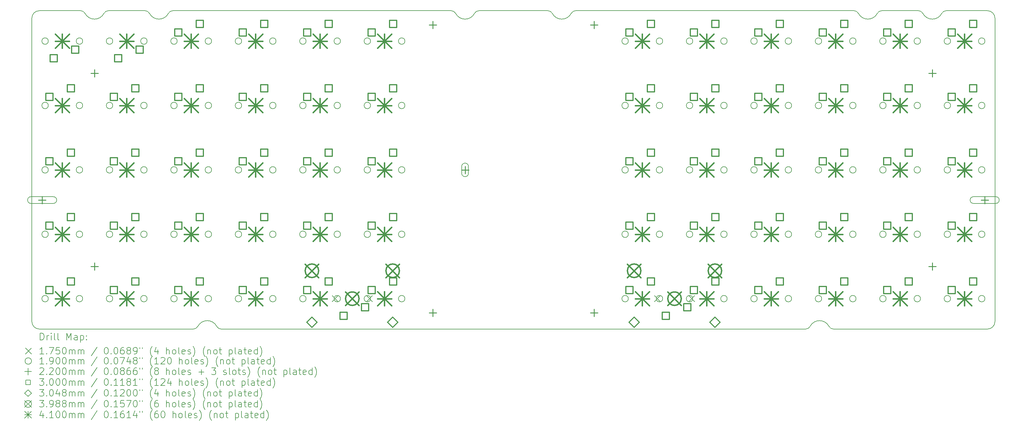
<source format=gbr>
%FSLAX45Y45*%
G04 Gerber Fmt 4.5, Leading zero omitted, Abs format (unit mm)*
G04 Created by KiCad (PCBNEW (6.0.0)) date 2022-03-13 10:48:54*
%MOMM*%
%LPD*%
G01*
G04 APERTURE LIST*
%TA.AperFunction,Profile*%
%ADD10C,0.200000*%
%TD*%
%ADD11C,0.200000*%
%ADD12C,0.175000*%
%ADD13C,0.190000*%
%ADD14C,0.220000*%
%ADD15C,0.300000*%
%ADD16C,0.304800*%
%ADD17C,0.398780*%
%ADD18C,0.410000*%
G04 APERTURE END LIST*
D10*
X23876439Y-14949375D02*
X6603561Y-14949375D01*
X29475000Y-14724375D02*
X29475000Y-5754375D01*
X27210189Y-5529375D02*
X26129811Y-5529375D01*
X29250000Y-14949375D02*
X24701061Y-14949375D01*
X16389443Y-5610020D02*
G75*
G03*
X16256439Y-5529375I-133003J-69355D01*
G01*
X2578193Y-5610020D02*
G75*
G03*
X3136807Y-5610020I279307J145645D01*
G01*
X16256439Y-5529375D02*
X14223561Y-5529375D01*
X13531943Y-5610020D02*
G75*
G03*
X13398939Y-5529375I-133003J-69355D01*
G01*
X5778939Y-14949375D02*
X1230000Y-14949375D01*
X13531943Y-5610020D02*
G75*
G03*
X14090557Y-5610020I279307J145645D01*
G01*
X3269811Y-5529375D02*
G75*
G03*
X3136807Y-5610020I0J-150000D01*
G01*
X1230000Y-5529375D02*
G75*
G03*
X1005000Y-5754375I0J-225000D01*
G01*
X13398939Y-5529375D02*
X5174811Y-5529375D01*
X2578193Y-5610020D02*
G75*
G03*
X2445189Y-5529375I-133003J-69355D01*
G01*
X14223561Y-5529375D02*
G75*
G03*
X14090557Y-5610020I0J-150000D01*
G01*
X25305189Y-5529375D02*
X17081061Y-5529375D01*
X16389443Y-5610020D02*
G75*
G03*
X16948057Y-5610020I279307J145645D01*
G01*
X25438193Y-5610020D02*
G75*
G03*
X25996807Y-5610020I279307J145645D01*
G01*
X25438193Y-5610020D02*
G75*
G03*
X25305189Y-5529375I-133003J-69355D01*
G01*
X17081061Y-5529375D02*
G75*
G03*
X16948057Y-5610020I0J-150000D01*
G01*
X1005000Y-14724375D02*
X1005000Y-5754375D01*
X29475000Y-5754375D02*
G75*
G03*
X29250000Y-5529375I-225000J0D01*
G01*
X6470557Y-14868730D02*
G75*
G03*
X6603561Y-14949375I133004J69355D01*
G01*
X23876439Y-14949375D02*
G75*
G03*
X24009443Y-14868730I0J150000D01*
G01*
X24568057Y-14868730D02*
G75*
G03*
X24701061Y-14949375I133004J69355D01*
G01*
X24568057Y-14868730D02*
G75*
G03*
X24009443Y-14868730I-279307J-145645D01*
G01*
X29250000Y-14949375D02*
G75*
G03*
X29475000Y-14724375I0J225000D01*
G01*
X26129811Y-5529375D02*
G75*
G03*
X25996807Y-5610020I0J-150000D01*
G01*
X5778939Y-14949375D02*
G75*
G03*
X5911943Y-14868730I0J150000D01*
G01*
X6470557Y-14868730D02*
G75*
G03*
X5911943Y-14868730I-279307J-145645D01*
G01*
X1005000Y-14724375D02*
G75*
G03*
X1230000Y-14949375I225000J0D01*
G01*
X4350189Y-5529375D02*
X3269811Y-5529375D01*
X2445190Y-5529375D02*
X1230000Y-5529375D01*
X5174811Y-5529375D02*
G75*
G03*
X5041807Y-5610020I0J-150000D01*
G01*
X4483193Y-5610020D02*
G75*
G03*
X5041807Y-5610020I279307J145645D01*
G01*
X4483193Y-5610020D02*
G75*
G03*
X4350189Y-5529375I-133003J-69355D01*
G01*
X29250000Y-5529375D02*
X28034810Y-5529375D01*
X28034810Y-5529375D02*
G75*
G03*
X27901807Y-5610020I0J-150000D01*
G01*
X27343193Y-5610020D02*
G75*
G03*
X27210189Y-5529375I-133003J-69355D01*
G01*
X27343193Y-5610020D02*
G75*
G03*
X27901807Y-5610020I279307J145645D01*
G01*
D11*
D12*
X9882009Y-13961887D02*
X10057009Y-14136887D01*
X10057009Y-13961887D02*
X9882009Y-14136887D01*
X10898009Y-13961887D02*
X11073009Y-14136887D01*
X11073009Y-13961887D02*
X10898009Y-14136887D01*
X19407017Y-13961887D02*
X19582017Y-14136887D01*
X19582017Y-13961887D02*
X19407017Y-14136887D01*
X20423017Y-13961887D02*
X20598017Y-14136887D01*
X20598017Y-13961887D02*
X20423017Y-14136887D01*
D13*
X1491997Y-6429375D02*
G75*
G03*
X1491997Y-6429375I-95000J0D01*
G01*
X1492002Y-8334382D02*
G75*
G03*
X1492002Y-8334382I-95000J0D01*
G01*
X1492002Y-10239384D02*
G75*
G03*
X1492002Y-10239384I-95000J0D01*
G01*
X1492002Y-12144385D02*
G75*
G03*
X1492002Y-12144385I-95000J0D01*
G01*
X1492002Y-14049387D02*
G75*
G03*
X1492002Y-14049387I-95000J0D01*
G01*
X2507997Y-6429375D02*
G75*
G03*
X2507997Y-6429375I-95000J0D01*
G01*
X2508002Y-8334382D02*
G75*
G03*
X2508002Y-8334382I-95000J0D01*
G01*
X2508002Y-10239384D02*
G75*
G03*
X2508002Y-10239384I-95000J0D01*
G01*
X2508002Y-12144385D02*
G75*
G03*
X2508002Y-12144385I-95000J0D01*
G01*
X2508002Y-14049387D02*
G75*
G03*
X2508002Y-14049387I-95000J0D01*
G01*
X3397003Y-6429380D02*
G75*
G03*
X3397003Y-6429380I-95000J0D01*
G01*
X3397003Y-8334382D02*
G75*
G03*
X3397003Y-8334382I-95000J0D01*
G01*
X3397003Y-10239384D02*
G75*
G03*
X3397003Y-10239384I-95000J0D01*
G01*
X3397003Y-12144385D02*
G75*
G03*
X3397003Y-12144385I-95000J0D01*
G01*
X3397003Y-14049387D02*
G75*
G03*
X3397003Y-14049387I-95000J0D01*
G01*
X4413003Y-6429380D02*
G75*
G03*
X4413003Y-6429380I-95000J0D01*
G01*
X4413003Y-8334382D02*
G75*
G03*
X4413003Y-8334382I-95000J0D01*
G01*
X4413003Y-10239384D02*
G75*
G03*
X4413003Y-10239384I-95000J0D01*
G01*
X4413003Y-12144385D02*
G75*
G03*
X4413003Y-12144385I-95000J0D01*
G01*
X4413003Y-14049387D02*
G75*
G03*
X4413003Y-14049387I-95000J0D01*
G01*
X5302005Y-6429380D02*
G75*
G03*
X5302005Y-6429380I-95000J0D01*
G01*
X5302005Y-8334382D02*
G75*
G03*
X5302005Y-8334382I-95000J0D01*
G01*
X5302005Y-10239384D02*
G75*
G03*
X5302005Y-10239384I-95000J0D01*
G01*
X5302005Y-12144385D02*
G75*
G03*
X5302005Y-12144385I-95000J0D01*
G01*
X5302005Y-14049387D02*
G75*
G03*
X5302005Y-14049387I-95000J0D01*
G01*
X6318005Y-6429380D02*
G75*
G03*
X6318005Y-6429380I-95000J0D01*
G01*
X6318005Y-8334382D02*
G75*
G03*
X6318005Y-8334382I-95000J0D01*
G01*
X6318005Y-10239384D02*
G75*
G03*
X6318005Y-10239384I-95000J0D01*
G01*
X6318005Y-12144385D02*
G75*
G03*
X6318005Y-12144385I-95000J0D01*
G01*
X6318005Y-14049387D02*
G75*
G03*
X6318005Y-14049387I-95000J0D01*
G01*
X7207006Y-6429380D02*
G75*
G03*
X7207006Y-6429380I-95000J0D01*
G01*
X7207006Y-8334382D02*
G75*
G03*
X7207006Y-8334382I-95000J0D01*
G01*
X7207006Y-10239384D02*
G75*
G03*
X7207006Y-10239384I-95000J0D01*
G01*
X7207006Y-12144385D02*
G75*
G03*
X7207006Y-12144385I-95000J0D01*
G01*
X7207006Y-14049387D02*
G75*
G03*
X7207006Y-14049387I-95000J0D01*
G01*
X8223006Y-6429380D02*
G75*
G03*
X8223006Y-6429380I-95000J0D01*
G01*
X8223006Y-8334382D02*
G75*
G03*
X8223006Y-8334382I-95000J0D01*
G01*
X8223006Y-10239384D02*
G75*
G03*
X8223006Y-10239384I-95000J0D01*
G01*
X8223006Y-12144385D02*
G75*
G03*
X8223006Y-12144385I-95000J0D01*
G01*
X8223006Y-14049387D02*
G75*
G03*
X8223006Y-14049387I-95000J0D01*
G01*
X9112008Y-6429380D02*
G75*
G03*
X9112008Y-6429380I-95000J0D01*
G01*
X9112008Y-8334382D02*
G75*
G03*
X9112008Y-8334382I-95000J0D01*
G01*
X9112008Y-10239384D02*
G75*
G03*
X9112008Y-10239384I-95000J0D01*
G01*
X9112008Y-12144385D02*
G75*
G03*
X9112008Y-12144385I-95000J0D01*
G01*
X9112008Y-14049387D02*
G75*
G03*
X9112008Y-14049387I-95000J0D01*
G01*
X10128008Y-6429380D02*
G75*
G03*
X10128008Y-6429380I-95000J0D01*
G01*
X10128008Y-8334382D02*
G75*
G03*
X10128008Y-8334382I-95000J0D01*
G01*
X10128008Y-10239384D02*
G75*
G03*
X10128008Y-10239384I-95000J0D01*
G01*
X10128008Y-12144385D02*
G75*
G03*
X10128008Y-12144385I-95000J0D01*
G01*
X10128008Y-14049387D02*
G75*
G03*
X10128008Y-14049387I-95000J0D01*
G01*
X11017010Y-6429380D02*
G75*
G03*
X11017010Y-6429380I-95000J0D01*
G01*
X11017010Y-8334382D02*
G75*
G03*
X11017010Y-8334382I-95000J0D01*
G01*
X11017010Y-10239384D02*
G75*
G03*
X11017010Y-10239384I-95000J0D01*
G01*
X11017010Y-12144385D02*
G75*
G03*
X11017010Y-12144385I-95000J0D01*
G01*
X11017010Y-14049387D02*
G75*
G03*
X11017010Y-14049387I-95000J0D01*
G01*
X12033010Y-6429380D02*
G75*
G03*
X12033010Y-6429380I-95000J0D01*
G01*
X12033010Y-8334382D02*
G75*
G03*
X12033010Y-8334382I-95000J0D01*
G01*
X12033010Y-10239384D02*
G75*
G03*
X12033010Y-10239384I-95000J0D01*
G01*
X12033010Y-12144385D02*
G75*
G03*
X12033010Y-12144385I-95000J0D01*
G01*
X12033010Y-14049387D02*
G75*
G03*
X12033010Y-14049387I-95000J0D01*
G01*
X18637016Y-6429380D02*
G75*
G03*
X18637016Y-6429380I-95000J0D01*
G01*
X18637016Y-8334382D02*
G75*
G03*
X18637016Y-8334382I-95000J0D01*
G01*
X18637016Y-10239384D02*
G75*
G03*
X18637016Y-10239384I-95000J0D01*
G01*
X18637016Y-12144385D02*
G75*
G03*
X18637016Y-12144385I-95000J0D01*
G01*
X18637016Y-14049387D02*
G75*
G03*
X18637016Y-14049387I-95000J0D01*
G01*
X19653016Y-6429380D02*
G75*
G03*
X19653016Y-6429380I-95000J0D01*
G01*
X19653016Y-8334382D02*
G75*
G03*
X19653016Y-8334382I-95000J0D01*
G01*
X19653016Y-10239384D02*
G75*
G03*
X19653016Y-10239384I-95000J0D01*
G01*
X19653016Y-12144385D02*
G75*
G03*
X19653016Y-12144385I-95000J0D01*
G01*
X19653016Y-14049387D02*
G75*
G03*
X19653016Y-14049387I-95000J0D01*
G01*
X20542018Y-6429380D02*
G75*
G03*
X20542018Y-6429380I-95000J0D01*
G01*
X20542018Y-8334382D02*
G75*
G03*
X20542018Y-8334382I-95000J0D01*
G01*
X20542018Y-10239384D02*
G75*
G03*
X20542018Y-10239384I-95000J0D01*
G01*
X20542018Y-12144385D02*
G75*
G03*
X20542018Y-12144385I-95000J0D01*
G01*
X20542018Y-14049387D02*
G75*
G03*
X20542018Y-14049387I-95000J0D01*
G01*
X21558018Y-6429380D02*
G75*
G03*
X21558018Y-6429380I-95000J0D01*
G01*
X21558018Y-8334382D02*
G75*
G03*
X21558018Y-8334382I-95000J0D01*
G01*
X21558018Y-10239384D02*
G75*
G03*
X21558018Y-10239384I-95000J0D01*
G01*
X21558018Y-12144385D02*
G75*
G03*
X21558018Y-12144385I-95000J0D01*
G01*
X21558018Y-14049387D02*
G75*
G03*
X21558018Y-14049387I-95000J0D01*
G01*
X22447019Y-6429380D02*
G75*
G03*
X22447019Y-6429380I-95000J0D01*
G01*
X22447019Y-8334382D02*
G75*
G03*
X22447019Y-8334382I-95000J0D01*
G01*
X22447019Y-10239384D02*
G75*
G03*
X22447019Y-10239384I-95000J0D01*
G01*
X22447019Y-12144385D02*
G75*
G03*
X22447019Y-12144385I-95000J0D01*
G01*
X22447019Y-14049387D02*
G75*
G03*
X22447019Y-14049387I-95000J0D01*
G01*
X23463019Y-6429380D02*
G75*
G03*
X23463019Y-6429380I-95000J0D01*
G01*
X23463019Y-8334382D02*
G75*
G03*
X23463019Y-8334382I-95000J0D01*
G01*
X23463019Y-10239384D02*
G75*
G03*
X23463019Y-10239384I-95000J0D01*
G01*
X23463019Y-12144385D02*
G75*
G03*
X23463019Y-12144385I-95000J0D01*
G01*
X23463019Y-14049387D02*
G75*
G03*
X23463019Y-14049387I-95000J0D01*
G01*
X24352021Y-6429380D02*
G75*
G03*
X24352021Y-6429380I-95000J0D01*
G01*
X24352021Y-8334382D02*
G75*
G03*
X24352021Y-8334382I-95000J0D01*
G01*
X24352021Y-10239384D02*
G75*
G03*
X24352021Y-10239384I-95000J0D01*
G01*
X24352021Y-12144385D02*
G75*
G03*
X24352021Y-12144385I-95000J0D01*
G01*
X24352021Y-14049387D02*
G75*
G03*
X24352021Y-14049387I-95000J0D01*
G01*
X25368021Y-6429380D02*
G75*
G03*
X25368021Y-6429380I-95000J0D01*
G01*
X25368021Y-8334382D02*
G75*
G03*
X25368021Y-8334382I-95000J0D01*
G01*
X25368021Y-10239384D02*
G75*
G03*
X25368021Y-10239384I-95000J0D01*
G01*
X25368021Y-12144385D02*
G75*
G03*
X25368021Y-12144385I-95000J0D01*
G01*
X25368021Y-14049387D02*
G75*
G03*
X25368021Y-14049387I-95000J0D01*
G01*
X26257022Y-6429380D02*
G75*
G03*
X26257022Y-6429380I-95000J0D01*
G01*
X26257022Y-8334382D02*
G75*
G03*
X26257022Y-8334382I-95000J0D01*
G01*
X26257022Y-10239384D02*
G75*
G03*
X26257022Y-10239384I-95000J0D01*
G01*
X26257022Y-12144385D02*
G75*
G03*
X26257022Y-12144385I-95000J0D01*
G01*
X26257022Y-14049387D02*
G75*
G03*
X26257022Y-14049387I-95000J0D01*
G01*
X27273022Y-6429380D02*
G75*
G03*
X27273022Y-6429380I-95000J0D01*
G01*
X27273022Y-8334382D02*
G75*
G03*
X27273022Y-8334382I-95000J0D01*
G01*
X27273022Y-10239384D02*
G75*
G03*
X27273022Y-10239384I-95000J0D01*
G01*
X27273022Y-12144385D02*
G75*
G03*
X27273022Y-12144385I-95000J0D01*
G01*
X27273022Y-14049387D02*
G75*
G03*
X27273022Y-14049387I-95000J0D01*
G01*
X28162024Y-6429380D02*
G75*
G03*
X28162024Y-6429380I-95000J0D01*
G01*
X28162024Y-8334382D02*
G75*
G03*
X28162024Y-8334382I-95000J0D01*
G01*
X28162024Y-10239384D02*
G75*
G03*
X28162024Y-10239384I-95000J0D01*
G01*
X28162024Y-12144385D02*
G75*
G03*
X28162024Y-12144385I-95000J0D01*
G01*
X28162024Y-14049387D02*
G75*
G03*
X28162024Y-14049387I-95000J0D01*
G01*
X29178024Y-6429380D02*
G75*
G03*
X29178024Y-6429380I-95000J0D01*
G01*
X29178024Y-8334382D02*
G75*
G03*
X29178024Y-8334382I-95000J0D01*
G01*
X29178024Y-10239384D02*
G75*
G03*
X29178024Y-10239384I-95000J0D01*
G01*
X29178024Y-12144385D02*
G75*
G03*
X29178024Y-12144385I-95000J0D01*
G01*
X29178024Y-14049387D02*
G75*
G03*
X29178024Y-14049387I-95000J0D01*
G01*
D14*
X1309689Y-11022353D02*
X1309689Y-11242353D01*
X1199689Y-11132353D02*
X1419689Y-11132353D01*
D11*
X979689Y-11232353D02*
X1639689Y-11232353D01*
X979689Y-11032353D02*
X1639689Y-11032353D01*
X1639689Y-11232353D02*
G75*
G03*
X1639689Y-11032353I0J100000D01*
G01*
X979689Y-11032353D02*
G75*
G03*
X979689Y-11232353I0J-100000D01*
G01*
D14*
X2857502Y-7271881D02*
X2857502Y-7491881D01*
X2747502Y-7381881D02*
X2967502Y-7381881D01*
X2857502Y-12986886D02*
X2857502Y-13206886D01*
X2747502Y-13096886D02*
X2967502Y-13096886D01*
X12858761Y-5843130D02*
X12858761Y-6063130D01*
X12748761Y-5953130D02*
X12968761Y-5953130D01*
X12858761Y-14356106D02*
X12858761Y-14576106D01*
X12748761Y-14466106D02*
X12968761Y-14466106D01*
X13811262Y-10129384D02*
X13811262Y-10349384D01*
X13701262Y-10239384D02*
X13921262Y-10239384D01*
D11*
X13911262Y-10339384D02*
X13911262Y-10139384D01*
X13711262Y-10339384D02*
X13711262Y-10139384D01*
X13911262Y-10139384D02*
G75*
G03*
X13711262Y-10139384I-100000J0D01*
G01*
X13711262Y-10339384D02*
G75*
G03*
X13911262Y-10339384I100000J0D01*
G01*
D14*
X17621265Y-5843130D02*
X17621265Y-6063130D01*
X17511265Y-5953130D02*
X17731265Y-5953130D01*
X17621265Y-14356106D02*
X17621265Y-14576106D01*
X17511265Y-14466106D02*
X17731265Y-14466106D01*
X27622523Y-7271881D02*
X27622523Y-7491881D01*
X27512523Y-7381881D02*
X27732523Y-7381881D01*
X27622523Y-12986886D02*
X27622523Y-13206886D01*
X27512523Y-13096886D02*
X27732523Y-13096886D01*
X29170337Y-11022353D02*
X29170337Y-11242353D01*
X29060337Y-11132353D02*
X29280337Y-11132353D01*
D11*
X28840337Y-11232353D02*
X29500337Y-11232353D01*
X28840337Y-11032353D02*
X29500337Y-11032353D01*
X29500337Y-11232353D02*
G75*
G03*
X29500337Y-11032353I0J100000D01*
G01*
X28840337Y-11032353D02*
G75*
G03*
X28840337Y-11232353I0J-100000D01*
G01*
D15*
X1630069Y-8186449D02*
X1630069Y-7974315D01*
X1417935Y-7974315D01*
X1417935Y-8186449D01*
X1630069Y-8186449D01*
X1630069Y-10091451D02*
X1630069Y-9879317D01*
X1417935Y-9879317D01*
X1417935Y-10091451D01*
X1630069Y-10091451D01*
X1630069Y-11996452D02*
X1630069Y-11784318D01*
X1417935Y-11784318D01*
X1417935Y-11996452D01*
X1630069Y-11996452D01*
X1630069Y-13901454D02*
X1630069Y-13689320D01*
X1417935Y-13689320D01*
X1417935Y-13901454D01*
X1630069Y-13901454D01*
X1757064Y-7043442D02*
X1757064Y-6831308D01*
X1544930Y-6831308D01*
X1544930Y-7043442D01*
X1757064Y-7043442D01*
X2265069Y-7932449D02*
X2265069Y-7720315D01*
X2052935Y-7720315D01*
X2052935Y-7932449D01*
X2265069Y-7932449D01*
X2265069Y-9837451D02*
X2265069Y-9625317D01*
X2052935Y-9625317D01*
X2052935Y-9837451D01*
X2265069Y-9837451D01*
X2265069Y-11742452D02*
X2265069Y-11530318D01*
X2052935Y-11530318D01*
X2052935Y-11742452D01*
X2265069Y-11742452D01*
X2265069Y-13647454D02*
X2265069Y-13435320D01*
X2052935Y-13435320D01*
X2052935Y-13647454D01*
X2265069Y-13647454D01*
X2392064Y-6789442D02*
X2392064Y-6577308D01*
X2179930Y-6577308D01*
X2179930Y-6789442D01*
X2392064Y-6789442D01*
X3535070Y-8186449D02*
X3535070Y-7974315D01*
X3322936Y-7974315D01*
X3322936Y-8186449D01*
X3535070Y-8186449D01*
X3535070Y-10091451D02*
X3535070Y-9879317D01*
X3322936Y-9879317D01*
X3322936Y-10091451D01*
X3535070Y-10091451D01*
X3535070Y-11996452D02*
X3535070Y-11784318D01*
X3322936Y-11784318D01*
X3322936Y-11996452D01*
X3535070Y-11996452D01*
X3535070Y-13901454D02*
X3535070Y-13689320D01*
X3322936Y-13689320D01*
X3322936Y-13901454D01*
X3535070Y-13901454D01*
X3662070Y-7043447D02*
X3662070Y-6831313D01*
X3449936Y-6831313D01*
X3449936Y-7043447D01*
X3662070Y-7043447D01*
X4170070Y-7932449D02*
X4170070Y-7720315D01*
X3957936Y-7720315D01*
X3957936Y-7932449D01*
X4170070Y-7932449D01*
X4170070Y-9837451D02*
X4170070Y-9625317D01*
X3957936Y-9625317D01*
X3957936Y-9837451D01*
X4170070Y-9837451D01*
X4170070Y-11742452D02*
X4170070Y-11530318D01*
X3957936Y-11530318D01*
X3957936Y-11742452D01*
X4170070Y-11742452D01*
X4170070Y-13647454D02*
X4170070Y-13435320D01*
X3957936Y-13435320D01*
X3957936Y-13647454D01*
X4170070Y-13647454D01*
X4297070Y-6789447D02*
X4297070Y-6577313D01*
X4084936Y-6577313D01*
X4084936Y-6789447D01*
X4297070Y-6789447D01*
X5440072Y-6281447D02*
X5440072Y-6069313D01*
X5227938Y-6069313D01*
X5227938Y-6281447D01*
X5440072Y-6281447D01*
X5440072Y-8186449D02*
X5440072Y-7974315D01*
X5227938Y-7974315D01*
X5227938Y-8186449D01*
X5440072Y-8186449D01*
X5440072Y-10091451D02*
X5440072Y-9879317D01*
X5227938Y-9879317D01*
X5227938Y-10091451D01*
X5440072Y-10091451D01*
X5440072Y-11996452D02*
X5440072Y-11784318D01*
X5227938Y-11784318D01*
X5227938Y-11996452D01*
X5440072Y-11996452D01*
X5440072Y-13901454D02*
X5440072Y-13689320D01*
X5227938Y-13689320D01*
X5227938Y-13901454D01*
X5440072Y-13901454D01*
X6075072Y-6027447D02*
X6075072Y-5815313D01*
X5862938Y-5815313D01*
X5862938Y-6027447D01*
X6075072Y-6027447D01*
X6075072Y-7932449D02*
X6075072Y-7720315D01*
X5862938Y-7720315D01*
X5862938Y-7932449D01*
X6075072Y-7932449D01*
X6075072Y-9837451D02*
X6075072Y-9625317D01*
X5862938Y-9625317D01*
X5862938Y-9837451D01*
X6075072Y-9837451D01*
X6075072Y-11742452D02*
X6075072Y-11530318D01*
X5862938Y-11530318D01*
X5862938Y-11742452D01*
X6075072Y-11742452D01*
X6075072Y-13647454D02*
X6075072Y-13435320D01*
X5862938Y-13435320D01*
X5862938Y-13647454D01*
X6075072Y-13647454D01*
X7345073Y-6281447D02*
X7345073Y-6069313D01*
X7132939Y-6069313D01*
X7132939Y-6281447D01*
X7345073Y-6281447D01*
X7345073Y-8186449D02*
X7345073Y-7974315D01*
X7132939Y-7974315D01*
X7132939Y-8186449D01*
X7345073Y-8186449D01*
X7345073Y-10091451D02*
X7345073Y-9879317D01*
X7132939Y-9879317D01*
X7132939Y-10091451D01*
X7345073Y-10091451D01*
X7345073Y-11996452D02*
X7345073Y-11784318D01*
X7132939Y-11784318D01*
X7132939Y-11996452D01*
X7345073Y-11996452D01*
X7345073Y-13901454D02*
X7345073Y-13689320D01*
X7132939Y-13689320D01*
X7132939Y-13901454D01*
X7345073Y-13901454D01*
X7980073Y-6027447D02*
X7980073Y-5815313D01*
X7767939Y-5815313D01*
X7767939Y-6027447D01*
X7980073Y-6027447D01*
X7980073Y-7932449D02*
X7980073Y-7720315D01*
X7767939Y-7720315D01*
X7767939Y-7932449D01*
X7980073Y-7932449D01*
X7980073Y-9837451D02*
X7980073Y-9625317D01*
X7767939Y-9625317D01*
X7767939Y-9837451D01*
X7980073Y-9837451D01*
X7980073Y-11742452D02*
X7980073Y-11530318D01*
X7767939Y-11530318D01*
X7767939Y-11742452D01*
X7980073Y-11742452D01*
X7980073Y-13647454D02*
X7980073Y-13435320D01*
X7767939Y-13435320D01*
X7767939Y-13647454D01*
X7980073Y-13647454D01*
X9250075Y-6281447D02*
X9250075Y-6069313D01*
X9037941Y-6069313D01*
X9037941Y-6281447D01*
X9250075Y-6281447D01*
X9250075Y-8186449D02*
X9250075Y-7974315D01*
X9037941Y-7974315D01*
X9037941Y-8186449D01*
X9250075Y-8186449D01*
X9250075Y-10091451D02*
X9250075Y-9879317D01*
X9037941Y-9879317D01*
X9037941Y-10091451D01*
X9250075Y-10091451D01*
X9250075Y-11996452D02*
X9250075Y-11784318D01*
X9037941Y-11784318D01*
X9037941Y-11996452D01*
X9250075Y-11996452D01*
X9250075Y-13901454D02*
X9250075Y-13689320D01*
X9037941Y-13689320D01*
X9037941Y-13901454D01*
X9250075Y-13901454D01*
X9885075Y-6027447D02*
X9885075Y-5815313D01*
X9672941Y-5815313D01*
X9672941Y-6027447D01*
X9885075Y-6027447D01*
X9885075Y-7932449D02*
X9885075Y-7720315D01*
X9672941Y-7720315D01*
X9672941Y-7932449D01*
X9885075Y-7932449D01*
X9885075Y-9837451D02*
X9885075Y-9625317D01*
X9672941Y-9625317D01*
X9672941Y-9837451D01*
X9885075Y-9837451D01*
X9885075Y-11742452D02*
X9885075Y-11530318D01*
X9672941Y-11530318D01*
X9672941Y-11742452D01*
X9885075Y-11742452D01*
X9885075Y-13647454D02*
X9885075Y-13435320D01*
X9672941Y-13435320D01*
X9672941Y-13647454D01*
X9885075Y-13647454D01*
X10329576Y-14663454D02*
X10329576Y-14451320D01*
X10117442Y-14451320D01*
X10117442Y-14663454D01*
X10329576Y-14663454D01*
X10964576Y-14409454D02*
X10964576Y-14197320D01*
X10752442Y-14197320D01*
X10752442Y-14409454D01*
X10964576Y-14409454D01*
X11155077Y-6281447D02*
X11155077Y-6069313D01*
X10942943Y-6069313D01*
X10942943Y-6281447D01*
X11155077Y-6281447D01*
X11155077Y-8186449D02*
X11155077Y-7974315D01*
X10942943Y-7974315D01*
X10942943Y-8186449D01*
X11155077Y-8186449D01*
X11155077Y-10091451D02*
X11155077Y-9879317D01*
X10942943Y-9879317D01*
X10942943Y-10091451D01*
X11155077Y-10091451D01*
X11155077Y-11996452D02*
X11155077Y-11784318D01*
X10942943Y-11784318D01*
X10942943Y-11996452D01*
X11155077Y-11996452D01*
X11155077Y-13901454D02*
X11155077Y-13689320D01*
X10942943Y-13689320D01*
X10942943Y-13901454D01*
X11155077Y-13901454D01*
X11790077Y-6027447D02*
X11790077Y-5815313D01*
X11577943Y-5815313D01*
X11577943Y-6027447D01*
X11790077Y-6027447D01*
X11790077Y-7932449D02*
X11790077Y-7720315D01*
X11577943Y-7720315D01*
X11577943Y-7932449D01*
X11790077Y-7932449D01*
X11790077Y-9837451D02*
X11790077Y-9625317D01*
X11577943Y-9625317D01*
X11577943Y-9837451D01*
X11790077Y-9837451D01*
X11790077Y-11742452D02*
X11790077Y-11530318D01*
X11577943Y-11530318D01*
X11577943Y-11742452D01*
X11790077Y-11742452D01*
X11790077Y-13647454D02*
X11790077Y-13435320D01*
X11577943Y-13435320D01*
X11577943Y-13647454D01*
X11790077Y-13647454D01*
X18775083Y-6281447D02*
X18775083Y-6069313D01*
X18562949Y-6069313D01*
X18562949Y-6281447D01*
X18775083Y-6281447D01*
X18775083Y-8186449D02*
X18775083Y-7974315D01*
X18562949Y-7974315D01*
X18562949Y-8186449D01*
X18775083Y-8186449D01*
X18775083Y-10091451D02*
X18775083Y-9879317D01*
X18562949Y-9879317D01*
X18562949Y-10091451D01*
X18775083Y-10091451D01*
X18775083Y-11996452D02*
X18775083Y-11784318D01*
X18562949Y-11784318D01*
X18562949Y-11996452D01*
X18775083Y-11996452D01*
X18775083Y-13901454D02*
X18775083Y-13689320D01*
X18562949Y-13689320D01*
X18562949Y-13901454D01*
X18775083Y-13901454D01*
X19410083Y-6027447D02*
X19410083Y-5815313D01*
X19197949Y-5815313D01*
X19197949Y-6027447D01*
X19410083Y-6027447D01*
X19410083Y-7932449D02*
X19410083Y-7720315D01*
X19197949Y-7720315D01*
X19197949Y-7932449D01*
X19410083Y-7932449D01*
X19410083Y-9837451D02*
X19410083Y-9625317D01*
X19197949Y-9625317D01*
X19197949Y-9837451D01*
X19410083Y-9837451D01*
X19410083Y-11742452D02*
X19410083Y-11530318D01*
X19197949Y-11530318D01*
X19197949Y-11742452D01*
X19410083Y-11742452D01*
X19410083Y-13647454D02*
X19410083Y-13435320D01*
X19197949Y-13435320D01*
X19197949Y-13647454D01*
X19410083Y-13647454D01*
X19854584Y-14663454D02*
X19854584Y-14451320D01*
X19642450Y-14451320D01*
X19642450Y-14663454D01*
X19854584Y-14663454D01*
X20489584Y-14409454D02*
X20489584Y-14197320D01*
X20277450Y-14197320D01*
X20277450Y-14409454D01*
X20489584Y-14409454D01*
X20680085Y-6281447D02*
X20680085Y-6069313D01*
X20467951Y-6069313D01*
X20467951Y-6281447D01*
X20680085Y-6281447D01*
X20680085Y-8186449D02*
X20680085Y-7974315D01*
X20467951Y-7974315D01*
X20467951Y-8186449D01*
X20680085Y-8186449D01*
X20680085Y-10091451D02*
X20680085Y-9879317D01*
X20467951Y-9879317D01*
X20467951Y-10091451D01*
X20680085Y-10091451D01*
X20680085Y-11996452D02*
X20680085Y-11784318D01*
X20467951Y-11784318D01*
X20467951Y-11996452D01*
X20680085Y-11996452D01*
X20680085Y-13901454D02*
X20680085Y-13689320D01*
X20467951Y-13689320D01*
X20467951Y-13901454D01*
X20680085Y-13901454D01*
X21315085Y-6027447D02*
X21315085Y-5815313D01*
X21102951Y-5815313D01*
X21102951Y-6027447D01*
X21315085Y-6027447D01*
X21315085Y-7932449D02*
X21315085Y-7720315D01*
X21102951Y-7720315D01*
X21102951Y-7932449D01*
X21315085Y-7932449D01*
X21315085Y-9837451D02*
X21315085Y-9625317D01*
X21102951Y-9625317D01*
X21102951Y-9837451D01*
X21315085Y-9837451D01*
X21315085Y-11742452D02*
X21315085Y-11530318D01*
X21102951Y-11530318D01*
X21102951Y-11742452D01*
X21315085Y-11742452D01*
X21315085Y-13647454D02*
X21315085Y-13435320D01*
X21102951Y-13435320D01*
X21102951Y-13647454D01*
X21315085Y-13647454D01*
X22585086Y-6281447D02*
X22585086Y-6069313D01*
X22372952Y-6069313D01*
X22372952Y-6281447D01*
X22585086Y-6281447D01*
X22585086Y-8186449D02*
X22585086Y-7974315D01*
X22372952Y-7974315D01*
X22372952Y-8186449D01*
X22585086Y-8186449D01*
X22585086Y-10091451D02*
X22585086Y-9879317D01*
X22372952Y-9879317D01*
X22372952Y-10091451D01*
X22585086Y-10091451D01*
X22585086Y-11996452D02*
X22585086Y-11784318D01*
X22372952Y-11784318D01*
X22372952Y-11996452D01*
X22585086Y-11996452D01*
X22585086Y-13901454D02*
X22585086Y-13689320D01*
X22372952Y-13689320D01*
X22372952Y-13901454D01*
X22585086Y-13901454D01*
X23220086Y-6027447D02*
X23220086Y-5815313D01*
X23007952Y-5815313D01*
X23007952Y-6027447D01*
X23220086Y-6027447D01*
X23220086Y-7932449D02*
X23220086Y-7720315D01*
X23007952Y-7720315D01*
X23007952Y-7932449D01*
X23220086Y-7932449D01*
X23220086Y-9837451D02*
X23220086Y-9625317D01*
X23007952Y-9625317D01*
X23007952Y-9837451D01*
X23220086Y-9837451D01*
X23220086Y-11742452D02*
X23220086Y-11530318D01*
X23007952Y-11530318D01*
X23007952Y-11742452D01*
X23220086Y-11742452D01*
X23220086Y-13647454D02*
X23220086Y-13435320D01*
X23007952Y-13435320D01*
X23007952Y-13647454D01*
X23220086Y-13647454D01*
X24490088Y-6281447D02*
X24490088Y-6069313D01*
X24277954Y-6069313D01*
X24277954Y-6281447D01*
X24490088Y-6281447D01*
X24490088Y-8186449D02*
X24490088Y-7974315D01*
X24277954Y-7974315D01*
X24277954Y-8186449D01*
X24490088Y-8186449D01*
X24490088Y-10091451D02*
X24490088Y-9879317D01*
X24277954Y-9879317D01*
X24277954Y-10091451D01*
X24490088Y-10091451D01*
X24490088Y-11996452D02*
X24490088Y-11784318D01*
X24277954Y-11784318D01*
X24277954Y-11996452D01*
X24490088Y-11996452D01*
X24490088Y-13901454D02*
X24490088Y-13689320D01*
X24277954Y-13689320D01*
X24277954Y-13901454D01*
X24490088Y-13901454D01*
X25125088Y-6027447D02*
X25125088Y-5815313D01*
X24912954Y-5815313D01*
X24912954Y-6027447D01*
X25125088Y-6027447D01*
X25125088Y-7932449D02*
X25125088Y-7720315D01*
X24912954Y-7720315D01*
X24912954Y-7932449D01*
X25125088Y-7932449D01*
X25125088Y-9837451D02*
X25125088Y-9625317D01*
X24912954Y-9625317D01*
X24912954Y-9837451D01*
X25125088Y-9837451D01*
X25125088Y-11742452D02*
X25125088Y-11530318D01*
X24912954Y-11530318D01*
X24912954Y-11742452D01*
X25125088Y-11742452D01*
X25125088Y-13647454D02*
X25125088Y-13435320D01*
X24912954Y-13435320D01*
X24912954Y-13647454D01*
X25125088Y-13647454D01*
X26395089Y-6281447D02*
X26395089Y-6069313D01*
X26182955Y-6069313D01*
X26182955Y-6281447D01*
X26395089Y-6281447D01*
X26395089Y-8186449D02*
X26395089Y-7974315D01*
X26182955Y-7974315D01*
X26182955Y-8186449D01*
X26395089Y-8186449D01*
X26395089Y-10091451D02*
X26395089Y-9879317D01*
X26182955Y-9879317D01*
X26182955Y-10091451D01*
X26395089Y-10091451D01*
X26395089Y-11996452D02*
X26395089Y-11784318D01*
X26182955Y-11784318D01*
X26182955Y-11996452D01*
X26395089Y-11996452D01*
X26395089Y-13901454D02*
X26395089Y-13689320D01*
X26182955Y-13689320D01*
X26182955Y-13901454D01*
X26395089Y-13901454D01*
X27030089Y-6027447D02*
X27030089Y-5815313D01*
X26817955Y-5815313D01*
X26817955Y-6027447D01*
X27030089Y-6027447D01*
X27030089Y-7932449D02*
X27030089Y-7720315D01*
X26817955Y-7720315D01*
X26817955Y-7932449D01*
X27030089Y-7932449D01*
X27030089Y-9837451D02*
X27030089Y-9625317D01*
X26817955Y-9625317D01*
X26817955Y-9837451D01*
X27030089Y-9837451D01*
X27030089Y-11742452D02*
X27030089Y-11530318D01*
X26817955Y-11530318D01*
X26817955Y-11742452D01*
X27030089Y-11742452D01*
X27030089Y-13647454D02*
X27030089Y-13435320D01*
X26817955Y-13435320D01*
X26817955Y-13647454D01*
X27030089Y-13647454D01*
X28300091Y-6281447D02*
X28300091Y-6069313D01*
X28087957Y-6069313D01*
X28087957Y-6281447D01*
X28300091Y-6281447D01*
X28300091Y-8186449D02*
X28300091Y-7974315D01*
X28087957Y-7974315D01*
X28087957Y-8186449D01*
X28300091Y-8186449D01*
X28300091Y-10091451D02*
X28300091Y-9879317D01*
X28087957Y-9879317D01*
X28087957Y-10091451D01*
X28300091Y-10091451D01*
X28300091Y-11996452D02*
X28300091Y-11784318D01*
X28087957Y-11784318D01*
X28087957Y-11996452D01*
X28300091Y-11996452D01*
X28300091Y-13901454D02*
X28300091Y-13689320D01*
X28087957Y-13689320D01*
X28087957Y-13901454D01*
X28300091Y-13901454D01*
X28935091Y-6027447D02*
X28935091Y-5815313D01*
X28722957Y-5815313D01*
X28722957Y-6027447D01*
X28935091Y-6027447D01*
X28935091Y-7932449D02*
X28935091Y-7720315D01*
X28722957Y-7720315D01*
X28722957Y-7932449D01*
X28935091Y-7932449D01*
X28935091Y-9837451D02*
X28935091Y-9625317D01*
X28722957Y-9625317D01*
X28722957Y-9837451D01*
X28935091Y-9837451D01*
X28935091Y-11742452D02*
X28935091Y-11530318D01*
X28722957Y-11530318D01*
X28722957Y-11742452D01*
X28935091Y-11742452D01*
X28935091Y-13647454D02*
X28935091Y-13435320D01*
X28722957Y-13435320D01*
X28722957Y-13647454D01*
X28935091Y-13647454D01*
D16*
X9283709Y-14900287D02*
X9436109Y-14747887D01*
X9283709Y-14595487D01*
X9131309Y-14747887D01*
X9283709Y-14900287D01*
X11671309Y-14900287D02*
X11823709Y-14747887D01*
X11671309Y-14595487D01*
X11518909Y-14747887D01*
X11671309Y-14900287D01*
X18808717Y-14900287D02*
X18961117Y-14747887D01*
X18808717Y-14595487D01*
X18656317Y-14747887D01*
X18808717Y-14900287D01*
X21196317Y-14900287D02*
X21348717Y-14747887D01*
X21196317Y-14595487D01*
X21043917Y-14747887D01*
X21196317Y-14900287D01*
D17*
X9084319Y-13024497D02*
X9483099Y-13423277D01*
X9483099Y-13024497D02*
X9084319Y-13423277D01*
X9483099Y-13223887D02*
G75*
G03*
X9483099Y-13223887I-199390J0D01*
G01*
X10278119Y-13849997D02*
X10676899Y-14248777D01*
X10676899Y-13849997D02*
X10278119Y-14248777D01*
X10676899Y-14049387D02*
G75*
G03*
X10676899Y-14049387I-199390J0D01*
G01*
X11471919Y-13024497D02*
X11870699Y-13423277D01*
X11870699Y-13024497D02*
X11471919Y-13423277D01*
X11870699Y-13223887D02*
G75*
G03*
X11870699Y-13223887I-199390J0D01*
G01*
X18609327Y-13024497D02*
X19008107Y-13423277D01*
X19008107Y-13024497D02*
X18609327Y-13423277D01*
X19008107Y-13223887D02*
G75*
G03*
X19008107Y-13223887I-199390J0D01*
G01*
X19803127Y-13849997D02*
X20201907Y-14248777D01*
X20201907Y-13849997D02*
X19803127Y-14248777D01*
X20201907Y-14049387D02*
G75*
G03*
X20201907Y-14049387I-199390J0D01*
G01*
X20996927Y-13024497D02*
X21395707Y-13423277D01*
X21395707Y-13024497D02*
X20996927Y-13423277D01*
X21395707Y-13223887D02*
G75*
G03*
X21395707Y-13223887I-199390J0D01*
G01*
D18*
X1699997Y-6224375D02*
X2109997Y-6634375D01*
X2109997Y-6224375D02*
X1699997Y-6634375D01*
X1904997Y-6224375D02*
X1904997Y-6634375D01*
X1699997Y-6429375D02*
X2109997Y-6429375D01*
X1700002Y-8129382D02*
X2110002Y-8539382D01*
X2110002Y-8129382D02*
X1700002Y-8539382D01*
X1905002Y-8129382D02*
X1905002Y-8539382D01*
X1700002Y-8334382D02*
X2110002Y-8334382D01*
X1700002Y-10034384D02*
X2110002Y-10444384D01*
X2110002Y-10034384D02*
X1700002Y-10444384D01*
X1905002Y-10034384D02*
X1905002Y-10444384D01*
X1700002Y-10239384D02*
X2110002Y-10239384D01*
X1700002Y-11939385D02*
X2110002Y-12349385D01*
X2110002Y-11939385D02*
X1700002Y-12349385D01*
X1905002Y-11939385D02*
X1905002Y-12349385D01*
X1700002Y-12144385D02*
X2110002Y-12144385D01*
X1700002Y-13844387D02*
X2110002Y-14254387D01*
X2110002Y-13844387D02*
X1700002Y-14254387D01*
X1905002Y-13844387D02*
X1905002Y-14254387D01*
X1700002Y-14049387D02*
X2110002Y-14049387D01*
X3605003Y-6224380D02*
X4015003Y-6634380D01*
X4015003Y-6224380D02*
X3605003Y-6634380D01*
X3810003Y-6224380D02*
X3810003Y-6634380D01*
X3605003Y-6429380D02*
X4015003Y-6429380D01*
X3605003Y-8129382D02*
X4015003Y-8539382D01*
X4015003Y-8129382D02*
X3605003Y-8539382D01*
X3810003Y-8129382D02*
X3810003Y-8539382D01*
X3605003Y-8334382D02*
X4015003Y-8334382D01*
X3605003Y-10034384D02*
X4015003Y-10444384D01*
X4015003Y-10034384D02*
X3605003Y-10444384D01*
X3810003Y-10034384D02*
X3810003Y-10444384D01*
X3605003Y-10239384D02*
X4015003Y-10239384D01*
X3605003Y-11939385D02*
X4015003Y-12349385D01*
X4015003Y-11939385D02*
X3605003Y-12349385D01*
X3810003Y-11939385D02*
X3810003Y-12349385D01*
X3605003Y-12144385D02*
X4015003Y-12144385D01*
X3605003Y-13844387D02*
X4015003Y-14254387D01*
X4015003Y-13844387D02*
X3605003Y-14254387D01*
X3810003Y-13844387D02*
X3810003Y-14254387D01*
X3605003Y-14049387D02*
X4015003Y-14049387D01*
X5510005Y-6224380D02*
X5920005Y-6634380D01*
X5920005Y-6224380D02*
X5510005Y-6634380D01*
X5715005Y-6224380D02*
X5715005Y-6634380D01*
X5510005Y-6429380D02*
X5920005Y-6429380D01*
X5510005Y-8129382D02*
X5920005Y-8539382D01*
X5920005Y-8129382D02*
X5510005Y-8539382D01*
X5715005Y-8129382D02*
X5715005Y-8539382D01*
X5510005Y-8334382D02*
X5920005Y-8334382D01*
X5510005Y-10034384D02*
X5920005Y-10444384D01*
X5920005Y-10034384D02*
X5510005Y-10444384D01*
X5715005Y-10034384D02*
X5715005Y-10444384D01*
X5510005Y-10239384D02*
X5920005Y-10239384D01*
X5510005Y-11939385D02*
X5920005Y-12349385D01*
X5920005Y-11939385D02*
X5510005Y-12349385D01*
X5715005Y-11939385D02*
X5715005Y-12349385D01*
X5510005Y-12144385D02*
X5920005Y-12144385D01*
X5510005Y-13844387D02*
X5920005Y-14254387D01*
X5920005Y-13844387D02*
X5510005Y-14254387D01*
X5715005Y-13844387D02*
X5715005Y-14254387D01*
X5510005Y-14049387D02*
X5920005Y-14049387D01*
X7415006Y-6224380D02*
X7825006Y-6634380D01*
X7825006Y-6224380D02*
X7415006Y-6634380D01*
X7620006Y-6224380D02*
X7620006Y-6634380D01*
X7415006Y-6429380D02*
X7825006Y-6429380D01*
X7415006Y-8129382D02*
X7825006Y-8539382D01*
X7825006Y-8129382D02*
X7415006Y-8539382D01*
X7620006Y-8129382D02*
X7620006Y-8539382D01*
X7415006Y-8334382D02*
X7825006Y-8334382D01*
X7415006Y-10034384D02*
X7825006Y-10444384D01*
X7825006Y-10034384D02*
X7415006Y-10444384D01*
X7620006Y-10034384D02*
X7620006Y-10444384D01*
X7415006Y-10239384D02*
X7825006Y-10239384D01*
X7415006Y-11939385D02*
X7825006Y-12349385D01*
X7825006Y-11939385D02*
X7415006Y-12349385D01*
X7620006Y-11939385D02*
X7620006Y-12349385D01*
X7415006Y-12144385D02*
X7825006Y-12144385D01*
X7415006Y-13844387D02*
X7825006Y-14254387D01*
X7825006Y-13844387D02*
X7415006Y-14254387D01*
X7620006Y-13844387D02*
X7620006Y-14254387D01*
X7415006Y-14049387D02*
X7825006Y-14049387D01*
X9320008Y-6224380D02*
X9730008Y-6634380D01*
X9730008Y-6224380D02*
X9320008Y-6634380D01*
X9525008Y-6224380D02*
X9525008Y-6634380D01*
X9320008Y-6429380D02*
X9730008Y-6429380D01*
X9320008Y-8129382D02*
X9730008Y-8539382D01*
X9730008Y-8129382D02*
X9320008Y-8539382D01*
X9525008Y-8129382D02*
X9525008Y-8539382D01*
X9320008Y-8334382D02*
X9730008Y-8334382D01*
X9320008Y-10034384D02*
X9730008Y-10444384D01*
X9730008Y-10034384D02*
X9320008Y-10444384D01*
X9525008Y-10034384D02*
X9525008Y-10444384D01*
X9320008Y-10239384D02*
X9730008Y-10239384D01*
X9320008Y-11939385D02*
X9730008Y-12349385D01*
X9730008Y-11939385D02*
X9320008Y-12349385D01*
X9525008Y-11939385D02*
X9525008Y-12349385D01*
X9320008Y-12144385D02*
X9730008Y-12144385D01*
X9320008Y-13844387D02*
X9730008Y-14254387D01*
X9730008Y-13844387D02*
X9320008Y-14254387D01*
X9525008Y-13844387D02*
X9525008Y-14254387D01*
X9320008Y-14049387D02*
X9730008Y-14049387D01*
X11225010Y-6224380D02*
X11635010Y-6634380D01*
X11635010Y-6224380D02*
X11225010Y-6634380D01*
X11430010Y-6224380D02*
X11430010Y-6634380D01*
X11225010Y-6429380D02*
X11635010Y-6429380D01*
X11225010Y-8129382D02*
X11635010Y-8539382D01*
X11635010Y-8129382D02*
X11225010Y-8539382D01*
X11430010Y-8129382D02*
X11430010Y-8539382D01*
X11225010Y-8334382D02*
X11635010Y-8334382D01*
X11225010Y-10034384D02*
X11635010Y-10444384D01*
X11635010Y-10034384D02*
X11225010Y-10444384D01*
X11430010Y-10034384D02*
X11430010Y-10444384D01*
X11225010Y-10239384D02*
X11635010Y-10239384D01*
X11225010Y-11939385D02*
X11635010Y-12349385D01*
X11635010Y-11939385D02*
X11225010Y-12349385D01*
X11430010Y-11939385D02*
X11430010Y-12349385D01*
X11225010Y-12144385D02*
X11635010Y-12144385D01*
X11225010Y-13844387D02*
X11635010Y-14254387D01*
X11635010Y-13844387D02*
X11225010Y-14254387D01*
X11430010Y-13844387D02*
X11430010Y-14254387D01*
X11225010Y-14049387D02*
X11635010Y-14049387D01*
X18845016Y-6224380D02*
X19255016Y-6634380D01*
X19255016Y-6224380D02*
X18845016Y-6634380D01*
X19050016Y-6224380D02*
X19050016Y-6634380D01*
X18845016Y-6429380D02*
X19255016Y-6429380D01*
X18845016Y-8129382D02*
X19255016Y-8539382D01*
X19255016Y-8129382D02*
X18845016Y-8539382D01*
X19050016Y-8129382D02*
X19050016Y-8539382D01*
X18845016Y-8334382D02*
X19255016Y-8334382D01*
X18845016Y-10034384D02*
X19255016Y-10444384D01*
X19255016Y-10034384D02*
X18845016Y-10444384D01*
X19050016Y-10034384D02*
X19050016Y-10444384D01*
X18845016Y-10239384D02*
X19255016Y-10239384D01*
X18845016Y-11939385D02*
X19255016Y-12349385D01*
X19255016Y-11939385D02*
X18845016Y-12349385D01*
X19050016Y-11939385D02*
X19050016Y-12349385D01*
X18845016Y-12144385D02*
X19255016Y-12144385D01*
X18845016Y-13844387D02*
X19255016Y-14254387D01*
X19255016Y-13844387D02*
X18845016Y-14254387D01*
X19050016Y-13844387D02*
X19050016Y-14254387D01*
X18845016Y-14049387D02*
X19255016Y-14049387D01*
X20750018Y-6224380D02*
X21160018Y-6634380D01*
X21160018Y-6224380D02*
X20750018Y-6634380D01*
X20955018Y-6224380D02*
X20955018Y-6634380D01*
X20750018Y-6429380D02*
X21160018Y-6429380D01*
X20750018Y-8129382D02*
X21160018Y-8539382D01*
X21160018Y-8129382D02*
X20750018Y-8539382D01*
X20955018Y-8129382D02*
X20955018Y-8539382D01*
X20750018Y-8334382D02*
X21160018Y-8334382D01*
X20750018Y-10034384D02*
X21160018Y-10444384D01*
X21160018Y-10034384D02*
X20750018Y-10444384D01*
X20955018Y-10034384D02*
X20955018Y-10444384D01*
X20750018Y-10239384D02*
X21160018Y-10239384D01*
X20750018Y-11939385D02*
X21160018Y-12349385D01*
X21160018Y-11939385D02*
X20750018Y-12349385D01*
X20955018Y-11939385D02*
X20955018Y-12349385D01*
X20750018Y-12144385D02*
X21160018Y-12144385D01*
X20750018Y-13844387D02*
X21160018Y-14254387D01*
X21160018Y-13844387D02*
X20750018Y-14254387D01*
X20955018Y-13844387D02*
X20955018Y-14254387D01*
X20750018Y-14049387D02*
X21160018Y-14049387D01*
X22655019Y-6224380D02*
X23065019Y-6634380D01*
X23065019Y-6224380D02*
X22655019Y-6634380D01*
X22860019Y-6224380D02*
X22860019Y-6634380D01*
X22655019Y-6429380D02*
X23065019Y-6429380D01*
X22655019Y-8129382D02*
X23065019Y-8539382D01*
X23065019Y-8129382D02*
X22655019Y-8539382D01*
X22860019Y-8129382D02*
X22860019Y-8539382D01*
X22655019Y-8334382D02*
X23065019Y-8334382D01*
X22655019Y-10034384D02*
X23065019Y-10444384D01*
X23065019Y-10034384D02*
X22655019Y-10444384D01*
X22860019Y-10034384D02*
X22860019Y-10444384D01*
X22655019Y-10239384D02*
X23065019Y-10239384D01*
X22655019Y-11939385D02*
X23065019Y-12349385D01*
X23065019Y-11939385D02*
X22655019Y-12349385D01*
X22860019Y-11939385D02*
X22860019Y-12349385D01*
X22655019Y-12144385D02*
X23065019Y-12144385D01*
X22655019Y-13844387D02*
X23065019Y-14254387D01*
X23065019Y-13844387D02*
X22655019Y-14254387D01*
X22860019Y-13844387D02*
X22860019Y-14254387D01*
X22655019Y-14049387D02*
X23065019Y-14049387D01*
X24560021Y-6224380D02*
X24970021Y-6634380D01*
X24970021Y-6224380D02*
X24560021Y-6634380D01*
X24765021Y-6224380D02*
X24765021Y-6634380D01*
X24560021Y-6429380D02*
X24970021Y-6429380D01*
X24560021Y-8129382D02*
X24970021Y-8539382D01*
X24970021Y-8129382D02*
X24560021Y-8539382D01*
X24765021Y-8129382D02*
X24765021Y-8539382D01*
X24560021Y-8334382D02*
X24970021Y-8334382D01*
X24560021Y-10034384D02*
X24970021Y-10444384D01*
X24970021Y-10034384D02*
X24560021Y-10444384D01*
X24765021Y-10034384D02*
X24765021Y-10444384D01*
X24560021Y-10239384D02*
X24970021Y-10239384D01*
X24560021Y-11939385D02*
X24970021Y-12349385D01*
X24970021Y-11939385D02*
X24560021Y-12349385D01*
X24765021Y-11939385D02*
X24765021Y-12349385D01*
X24560021Y-12144385D02*
X24970021Y-12144385D01*
X24560021Y-13844387D02*
X24970021Y-14254387D01*
X24970021Y-13844387D02*
X24560021Y-14254387D01*
X24765021Y-13844387D02*
X24765021Y-14254387D01*
X24560021Y-14049387D02*
X24970021Y-14049387D01*
X26465022Y-6224380D02*
X26875022Y-6634380D01*
X26875022Y-6224380D02*
X26465022Y-6634380D01*
X26670022Y-6224380D02*
X26670022Y-6634380D01*
X26465022Y-6429380D02*
X26875022Y-6429380D01*
X26465022Y-8129382D02*
X26875022Y-8539382D01*
X26875022Y-8129382D02*
X26465022Y-8539382D01*
X26670022Y-8129382D02*
X26670022Y-8539382D01*
X26465022Y-8334382D02*
X26875022Y-8334382D01*
X26465022Y-10034384D02*
X26875022Y-10444384D01*
X26875022Y-10034384D02*
X26465022Y-10444384D01*
X26670022Y-10034384D02*
X26670022Y-10444384D01*
X26465022Y-10239384D02*
X26875022Y-10239384D01*
X26465022Y-11939385D02*
X26875022Y-12349385D01*
X26875022Y-11939385D02*
X26465022Y-12349385D01*
X26670022Y-11939385D02*
X26670022Y-12349385D01*
X26465022Y-12144385D02*
X26875022Y-12144385D01*
X26465022Y-13844387D02*
X26875022Y-14254387D01*
X26875022Y-13844387D02*
X26465022Y-14254387D01*
X26670022Y-13844387D02*
X26670022Y-14254387D01*
X26465022Y-14049387D02*
X26875022Y-14049387D01*
X28370024Y-6224380D02*
X28780024Y-6634380D01*
X28780024Y-6224380D02*
X28370024Y-6634380D01*
X28575024Y-6224380D02*
X28575024Y-6634380D01*
X28370024Y-6429380D02*
X28780024Y-6429380D01*
X28370024Y-8129382D02*
X28780024Y-8539382D01*
X28780024Y-8129382D02*
X28370024Y-8539382D01*
X28575024Y-8129382D02*
X28575024Y-8539382D01*
X28370024Y-8334382D02*
X28780024Y-8334382D01*
X28370024Y-10034384D02*
X28780024Y-10444384D01*
X28780024Y-10034384D02*
X28370024Y-10444384D01*
X28575024Y-10034384D02*
X28575024Y-10444384D01*
X28370024Y-10239384D02*
X28780024Y-10239384D01*
X28370024Y-11939385D02*
X28780024Y-12349385D01*
X28780024Y-11939385D02*
X28370024Y-12349385D01*
X28575024Y-11939385D02*
X28575024Y-12349385D01*
X28370024Y-12144385D02*
X28780024Y-12144385D01*
X28370024Y-13844387D02*
X28780024Y-14254387D01*
X28780024Y-13844387D02*
X28370024Y-14254387D01*
X28575024Y-13844387D02*
X28575024Y-14254387D01*
X28370024Y-14049387D02*
X28780024Y-14049387D01*
D11*
X1252619Y-15269851D02*
X1252619Y-15069851D01*
X1300238Y-15069851D01*
X1328810Y-15079375D01*
X1347857Y-15098423D01*
X1357381Y-15117470D01*
X1366905Y-15155565D01*
X1366905Y-15184137D01*
X1357381Y-15222232D01*
X1347857Y-15241280D01*
X1328810Y-15260327D01*
X1300238Y-15269851D01*
X1252619Y-15269851D01*
X1452619Y-15269851D02*
X1452619Y-15136518D01*
X1452619Y-15174613D02*
X1462143Y-15155565D01*
X1471667Y-15146042D01*
X1490714Y-15136518D01*
X1509762Y-15136518D01*
X1576428Y-15269851D02*
X1576428Y-15136518D01*
X1576428Y-15069851D02*
X1566905Y-15079375D01*
X1576428Y-15088899D01*
X1585952Y-15079375D01*
X1576428Y-15069851D01*
X1576428Y-15088899D01*
X1700238Y-15269851D02*
X1681190Y-15260327D01*
X1671667Y-15241280D01*
X1671667Y-15069851D01*
X1805000Y-15269851D02*
X1785952Y-15260327D01*
X1776428Y-15241280D01*
X1776428Y-15069851D01*
X2033571Y-15269851D02*
X2033571Y-15069851D01*
X2100238Y-15212708D01*
X2166905Y-15069851D01*
X2166905Y-15269851D01*
X2347857Y-15269851D02*
X2347857Y-15165089D01*
X2338333Y-15146042D01*
X2319286Y-15136518D01*
X2281190Y-15136518D01*
X2262143Y-15146042D01*
X2347857Y-15260327D02*
X2328810Y-15269851D01*
X2281190Y-15269851D01*
X2262143Y-15260327D01*
X2252619Y-15241280D01*
X2252619Y-15222232D01*
X2262143Y-15203184D01*
X2281190Y-15193661D01*
X2328810Y-15193661D01*
X2347857Y-15184137D01*
X2443095Y-15136518D02*
X2443095Y-15336518D01*
X2443095Y-15146042D02*
X2462143Y-15136518D01*
X2500238Y-15136518D01*
X2519286Y-15146042D01*
X2528810Y-15155565D01*
X2538333Y-15174613D01*
X2538333Y-15231756D01*
X2528810Y-15250803D01*
X2519286Y-15260327D01*
X2500238Y-15269851D01*
X2462143Y-15269851D01*
X2443095Y-15260327D01*
X2624048Y-15250803D02*
X2633571Y-15260327D01*
X2624048Y-15269851D01*
X2614524Y-15260327D01*
X2624048Y-15250803D01*
X2624048Y-15269851D01*
X2624048Y-15146042D02*
X2633571Y-15155565D01*
X2624048Y-15165089D01*
X2614524Y-15155565D01*
X2624048Y-15146042D01*
X2624048Y-15165089D01*
D12*
X820000Y-15511875D02*
X995000Y-15686875D01*
X995000Y-15511875D02*
X820000Y-15686875D01*
D11*
X1357381Y-15689851D02*
X1243095Y-15689851D01*
X1300238Y-15689851D02*
X1300238Y-15489851D01*
X1281190Y-15518423D01*
X1262143Y-15537470D01*
X1243095Y-15546994D01*
X1443095Y-15670803D02*
X1452619Y-15680327D01*
X1443095Y-15689851D01*
X1433571Y-15680327D01*
X1443095Y-15670803D01*
X1443095Y-15689851D01*
X1519286Y-15489851D02*
X1652619Y-15489851D01*
X1566905Y-15689851D01*
X1824048Y-15489851D02*
X1728809Y-15489851D01*
X1719286Y-15585089D01*
X1728809Y-15575565D01*
X1747857Y-15566042D01*
X1795476Y-15566042D01*
X1814524Y-15575565D01*
X1824048Y-15585089D01*
X1833571Y-15604137D01*
X1833571Y-15651756D01*
X1824048Y-15670803D01*
X1814524Y-15680327D01*
X1795476Y-15689851D01*
X1747857Y-15689851D01*
X1728809Y-15680327D01*
X1719286Y-15670803D01*
X1957381Y-15489851D02*
X1976428Y-15489851D01*
X1995476Y-15499375D01*
X2005000Y-15508899D01*
X2014524Y-15527946D01*
X2024048Y-15566042D01*
X2024048Y-15613661D01*
X2014524Y-15651756D01*
X2005000Y-15670803D01*
X1995476Y-15680327D01*
X1976428Y-15689851D01*
X1957381Y-15689851D01*
X1938333Y-15680327D01*
X1928809Y-15670803D01*
X1919286Y-15651756D01*
X1909762Y-15613661D01*
X1909762Y-15566042D01*
X1919286Y-15527946D01*
X1928809Y-15508899D01*
X1938333Y-15499375D01*
X1957381Y-15489851D01*
X2109762Y-15689851D02*
X2109762Y-15556518D01*
X2109762Y-15575565D02*
X2119286Y-15566042D01*
X2138333Y-15556518D01*
X2166905Y-15556518D01*
X2185952Y-15566042D01*
X2195476Y-15585089D01*
X2195476Y-15689851D01*
X2195476Y-15585089D02*
X2205000Y-15566042D01*
X2224048Y-15556518D01*
X2252619Y-15556518D01*
X2271667Y-15566042D01*
X2281190Y-15585089D01*
X2281190Y-15689851D01*
X2376429Y-15689851D02*
X2376429Y-15556518D01*
X2376429Y-15575565D02*
X2385952Y-15566042D01*
X2405000Y-15556518D01*
X2433571Y-15556518D01*
X2452619Y-15566042D01*
X2462143Y-15585089D01*
X2462143Y-15689851D01*
X2462143Y-15585089D02*
X2471667Y-15566042D01*
X2490714Y-15556518D01*
X2519286Y-15556518D01*
X2538333Y-15566042D01*
X2547857Y-15585089D01*
X2547857Y-15689851D01*
X2938333Y-15480327D02*
X2766905Y-15737470D01*
X3195476Y-15489851D02*
X3214524Y-15489851D01*
X3233571Y-15499375D01*
X3243095Y-15508899D01*
X3252619Y-15527946D01*
X3262143Y-15566042D01*
X3262143Y-15613661D01*
X3252619Y-15651756D01*
X3243095Y-15670803D01*
X3233571Y-15680327D01*
X3214524Y-15689851D01*
X3195476Y-15689851D01*
X3176428Y-15680327D01*
X3166905Y-15670803D01*
X3157381Y-15651756D01*
X3147857Y-15613661D01*
X3147857Y-15566042D01*
X3157381Y-15527946D01*
X3166905Y-15508899D01*
X3176428Y-15499375D01*
X3195476Y-15489851D01*
X3347857Y-15670803D02*
X3357381Y-15680327D01*
X3347857Y-15689851D01*
X3338333Y-15680327D01*
X3347857Y-15670803D01*
X3347857Y-15689851D01*
X3481190Y-15489851D02*
X3500238Y-15489851D01*
X3519286Y-15499375D01*
X3528809Y-15508899D01*
X3538333Y-15527946D01*
X3547857Y-15566042D01*
X3547857Y-15613661D01*
X3538333Y-15651756D01*
X3528809Y-15670803D01*
X3519286Y-15680327D01*
X3500238Y-15689851D01*
X3481190Y-15689851D01*
X3462143Y-15680327D01*
X3452619Y-15670803D01*
X3443095Y-15651756D01*
X3433571Y-15613661D01*
X3433571Y-15566042D01*
X3443095Y-15527946D01*
X3452619Y-15508899D01*
X3462143Y-15499375D01*
X3481190Y-15489851D01*
X3719286Y-15489851D02*
X3681190Y-15489851D01*
X3662143Y-15499375D01*
X3652619Y-15508899D01*
X3633571Y-15537470D01*
X3624048Y-15575565D01*
X3624048Y-15651756D01*
X3633571Y-15670803D01*
X3643095Y-15680327D01*
X3662143Y-15689851D01*
X3700238Y-15689851D01*
X3719286Y-15680327D01*
X3728809Y-15670803D01*
X3738333Y-15651756D01*
X3738333Y-15604137D01*
X3728809Y-15585089D01*
X3719286Y-15575565D01*
X3700238Y-15566042D01*
X3662143Y-15566042D01*
X3643095Y-15575565D01*
X3633571Y-15585089D01*
X3624048Y-15604137D01*
X3852619Y-15575565D02*
X3833571Y-15566042D01*
X3824048Y-15556518D01*
X3814524Y-15537470D01*
X3814524Y-15527946D01*
X3824048Y-15508899D01*
X3833571Y-15499375D01*
X3852619Y-15489851D01*
X3890714Y-15489851D01*
X3909762Y-15499375D01*
X3919286Y-15508899D01*
X3928809Y-15527946D01*
X3928809Y-15537470D01*
X3919286Y-15556518D01*
X3909762Y-15566042D01*
X3890714Y-15575565D01*
X3852619Y-15575565D01*
X3833571Y-15585089D01*
X3824048Y-15594613D01*
X3814524Y-15613661D01*
X3814524Y-15651756D01*
X3824048Y-15670803D01*
X3833571Y-15680327D01*
X3852619Y-15689851D01*
X3890714Y-15689851D01*
X3909762Y-15680327D01*
X3919286Y-15670803D01*
X3928809Y-15651756D01*
X3928809Y-15613661D01*
X3919286Y-15594613D01*
X3909762Y-15585089D01*
X3890714Y-15575565D01*
X4024048Y-15689851D02*
X4062143Y-15689851D01*
X4081190Y-15680327D01*
X4090714Y-15670803D01*
X4109762Y-15642232D01*
X4119286Y-15604137D01*
X4119286Y-15527946D01*
X4109762Y-15508899D01*
X4100238Y-15499375D01*
X4081190Y-15489851D01*
X4043095Y-15489851D01*
X4024048Y-15499375D01*
X4014524Y-15508899D01*
X4005000Y-15527946D01*
X4005000Y-15575565D01*
X4014524Y-15594613D01*
X4024048Y-15604137D01*
X4043095Y-15613661D01*
X4081190Y-15613661D01*
X4100238Y-15604137D01*
X4109762Y-15594613D01*
X4119286Y-15575565D01*
X4195476Y-15489851D02*
X4195476Y-15527946D01*
X4271667Y-15489851D02*
X4271667Y-15527946D01*
X4566905Y-15766042D02*
X4557381Y-15756518D01*
X4538333Y-15727946D01*
X4528810Y-15708899D01*
X4519286Y-15680327D01*
X4509762Y-15632708D01*
X4509762Y-15594613D01*
X4519286Y-15546994D01*
X4528810Y-15518423D01*
X4538333Y-15499375D01*
X4557381Y-15470803D01*
X4566905Y-15461280D01*
X4728810Y-15556518D02*
X4728810Y-15689851D01*
X4681190Y-15480327D02*
X4633571Y-15623184D01*
X4757381Y-15623184D01*
X4985952Y-15689851D02*
X4985952Y-15489851D01*
X5071667Y-15689851D02*
X5071667Y-15585089D01*
X5062143Y-15566042D01*
X5043095Y-15556518D01*
X5014524Y-15556518D01*
X4995476Y-15566042D01*
X4985952Y-15575565D01*
X5195476Y-15689851D02*
X5176429Y-15680327D01*
X5166905Y-15670803D01*
X5157381Y-15651756D01*
X5157381Y-15594613D01*
X5166905Y-15575565D01*
X5176429Y-15566042D01*
X5195476Y-15556518D01*
X5224048Y-15556518D01*
X5243095Y-15566042D01*
X5252619Y-15575565D01*
X5262143Y-15594613D01*
X5262143Y-15651756D01*
X5252619Y-15670803D01*
X5243095Y-15680327D01*
X5224048Y-15689851D01*
X5195476Y-15689851D01*
X5376429Y-15689851D02*
X5357381Y-15680327D01*
X5347857Y-15661280D01*
X5347857Y-15489851D01*
X5528810Y-15680327D02*
X5509762Y-15689851D01*
X5471667Y-15689851D01*
X5452619Y-15680327D01*
X5443095Y-15661280D01*
X5443095Y-15585089D01*
X5452619Y-15566042D01*
X5471667Y-15556518D01*
X5509762Y-15556518D01*
X5528810Y-15566042D01*
X5538333Y-15585089D01*
X5538333Y-15604137D01*
X5443095Y-15623184D01*
X5614524Y-15680327D02*
X5633571Y-15689851D01*
X5671667Y-15689851D01*
X5690714Y-15680327D01*
X5700238Y-15661280D01*
X5700238Y-15651756D01*
X5690714Y-15632708D01*
X5671667Y-15623184D01*
X5643095Y-15623184D01*
X5624048Y-15613661D01*
X5614524Y-15594613D01*
X5614524Y-15585089D01*
X5624048Y-15566042D01*
X5643095Y-15556518D01*
X5671667Y-15556518D01*
X5690714Y-15566042D01*
X5766905Y-15766042D02*
X5776428Y-15756518D01*
X5795476Y-15727946D01*
X5805000Y-15708899D01*
X5814524Y-15680327D01*
X5824048Y-15632708D01*
X5824048Y-15594613D01*
X5814524Y-15546994D01*
X5805000Y-15518423D01*
X5795476Y-15499375D01*
X5776428Y-15470803D01*
X5766905Y-15461280D01*
X6128809Y-15766042D02*
X6119286Y-15756518D01*
X6100238Y-15727946D01*
X6090714Y-15708899D01*
X6081190Y-15680327D01*
X6071667Y-15632708D01*
X6071667Y-15594613D01*
X6081190Y-15546994D01*
X6090714Y-15518423D01*
X6100238Y-15499375D01*
X6119286Y-15470803D01*
X6128809Y-15461280D01*
X6205000Y-15556518D02*
X6205000Y-15689851D01*
X6205000Y-15575565D02*
X6214524Y-15566042D01*
X6233571Y-15556518D01*
X6262143Y-15556518D01*
X6281190Y-15566042D01*
X6290714Y-15585089D01*
X6290714Y-15689851D01*
X6414524Y-15689851D02*
X6395476Y-15680327D01*
X6385952Y-15670803D01*
X6376428Y-15651756D01*
X6376428Y-15594613D01*
X6385952Y-15575565D01*
X6395476Y-15566042D01*
X6414524Y-15556518D01*
X6443095Y-15556518D01*
X6462143Y-15566042D01*
X6471667Y-15575565D01*
X6481190Y-15594613D01*
X6481190Y-15651756D01*
X6471667Y-15670803D01*
X6462143Y-15680327D01*
X6443095Y-15689851D01*
X6414524Y-15689851D01*
X6538333Y-15556518D02*
X6614524Y-15556518D01*
X6566905Y-15489851D02*
X6566905Y-15661280D01*
X6576428Y-15680327D01*
X6595476Y-15689851D01*
X6614524Y-15689851D01*
X6833571Y-15556518D02*
X6833571Y-15756518D01*
X6833571Y-15566042D02*
X6852619Y-15556518D01*
X6890714Y-15556518D01*
X6909762Y-15566042D01*
X6919286Y-15575565D01*
X6928809Y-15594613D01*
X6928809Y-15651756D01*
X6919286Y-15670803D01*
X6909762Y-15680327D01*
X6890714Y-15689851D01*
X6852619Y-15689851D01*
X6833571Y-15680327D01*
X7043095Y-15689851D02*
X7024048Y-15680327D01*
X7014524Y-15661280D01*
X7014524Y-15489851D01*
X7205000Y-15689851D02*
X7205000Y-15585089D01*
X7195476Y-15566042D01*
X7176428Y-15556518D01*
X7138333Y-15556518D01*
X7119286Y-15566042D01*
X7205000Y-15680327D02*
X7185952Y-15689851D01*
X7138333Y-15689851D01*
X7119286Y-15680327D01*
X7109762Y-15661280D01*
X7109762Y-15642232D01*
X7119286Y-15623184D01*
X7138333Y-15613661D01*
X7185952Y-15613661D01*
X7205000Y-15604137D01*
X7271667Y-15556518D02*
X7347857Y-15556518D01*
X7300238Y-15489851D02*
X7300238Y-15661280D01*
X7309762Y-15680327D01*
X7328809Y-15689851D01*
X7347857Y-15689851D01*
X7490714Y-15680327D02*
X7471667Y-15689851D01*
X7433571Y-15689851D01*
X7414524Y-15680327D01*
X7405000Y-15661280D01*
X7405000Y-15585089D01*
X7414524Y-15566042D01*
X7433571Y-15556518D01*
X7471667Y-15556518D01*
X7490714Y-15566042D01*
X7500238Y-15585089D01*
X7500238Y-15604137D01*
X7405000Y-15623184D01*
X7671667Y-15689851D02*
X7671667Y-15489851D01*
X7671667Y-15680327D02*
X7652619Y-15689851D01*
X7614524Y-15689851D01*
X7595476Y-15680327D01*
X7585952Y-15670803D01*
X7576428Y-15651756D01*
X7576428Y-15594613D01*
X7585952Y-15575565D01*
X7595476Y-15566042D01*
X7614524Y-15556518D01*
X7652619Y-15556518D01*
X7671667Y-15566042D01*
X7747857Y-15766042D02*
X7757381Y-15756518D01*
X7776428Y-15727946D01*
X7785952Y-15708899D01*
X7795476Y-15680327D01*
X7805000Y-15632708D01*
X7805000Y-15594613D01*
X7795476Y-15546994D01*
X7785952Y-15518423D01*
X7776428Y-15499375D01*
X7757381Y-15470803D01*
X7747857Y-15461280D01*
D13*
X995000Y-15894375D02*
G75*
G03*
X995000Y-15894375I-95000J0D01*
G01*
D11*
X1357381Y-15984851D02*
X1243095Y-15984851D01*
X1300238Y-15984851D02*
X1300238Y-15784851D01*
X1281190Y-15813423D01*
X1262143Y-15832470D01*
X1243095Y-15841994D01*
X1443095Y-15965803D02*
X1452619Y-15975327D01*
X1443095Y-15984851D01*
X1433571Y-15975327D01*
X1443095Y-15965803D01*
X1443095Y-15984851D01*
X1547857Y-15984851D02*
X1585952Y-15984851D01*
X1605000Y-15975327D01*
X1614524Y-15965803D01*
X1633571Y-15937232D01*
X1643095Y-15899137D01*
X1643095Y-15822946D01*
X1633571Y-15803899D01*
X1624048Y-15794375D01*
X1605000Y-15784851D01*
X1566905Y-15784851D01*
X1547857Y-15794375D01*
X1538333Y-15803899D01*
X1528809Y-15822946D01*
X1528809Y-15870565D01*
X1538333Y-15889613D01*
X1547857Y-15899137D01*
X1566905Y-15908661D01*
X1605000Y-15908661D01*
X1624048Y-15899137D01*
X1633571Y-15889613D01*
X1643095Y-15870565D01*
X1766905Y-15784851D02*
X1785952Y-15784851D01*
X1805000Y-15794375D01*
X1814524Y-15803899D01*
X1824048Y-15822946D01*
X1833571Y-15861042D01*
X1833571Y-15908661D01*
X1824048Y-15946756D01*
X1814524Y-15965803D01*
X1805000Y-15975327D01*
X1785952Y-15984851D01*
X1766905Y-15984851D01*
X1747857Y-15975327D01*
X1738333Y-15965803D01*
X1728809Y-15946756D01*
X1719286Y-15908661D01*
X1719286Y-15861042D01*
X1728809Y-15822946D01*
X1738333Y-15803899D01*
X1747857Y-15794375D01*
X1766905Y-15784851D01*
X1957381Y-15784851D02*
X1976428Y-15784851D01*
X1995476Y-15794375D01*
X2005000Y-15803899D01*
X2014524Y-15822946D01*
X2024048Y-15861042D01*
X2024048Y-15908661D01*
X2014524Y-15946756D01*
X2005000Y-15965803D01*
X1995476Y-15975327D01*
X1976428Y-15984851D01*
X1957381Y-15984851D01*
X1938333Y-15975327D01*
X1928809Y-15965803D01*
X1919286Y-15946756D01*
X1909762Y-15908661D01*
X1909762Y-15861042D01*
X1919286Y-15822946D01*
X1928809Y-15803899D01*
X1938333Y-15794375D01*
X1957381Y-15784851D01*
X2109762Y-15984851D02*
X2109762Y-15851518D01*
X2109762Y-15870565D02*
X2119286Y-15861042D01*
X2138333Y-15851518D01*
X2166905Y-15851518D01*
X2185952Y-15861042D01*
X2195476Y-15880089D01*
X2195476Y-15984851D01*
X2195476Y-15880089D02*
X2205000Y-15861042D01*
X2224048Y-15851518D01*
X2252619Y-15851518D01*
X2271667Y-15861042D01*
X2281190Y-15880089D01*
X2281190Y-15984851D01*
X2376429Y-15984851D02*
X2376429Y-15851518D01*
X2376429Y-15870565D02*
X2385952Y-15861042D01*
X2405000Y-15851518D01*
X2433571Y-15851518D01*
X2452619Y-15861042D01*
X2462143Y-15880089D01*
X2462143Y-15984851D01*
X2462143Y-15880089D02*
X2471667Y-15861042D01*
X2490714Y-15851518D01*
X2519286Y-15851518D01*
X2538333Y-15861042D01*
X2547857Y-15880089D01*
X2547857Y-15984851D01*
X2938333Y-15775327D02*
X2766905Y-16032470D01*
X3195476Y-15784851D02*
X3214524Y-15784851D01*
X3233571Y-15794375D01*
X3243095Y-15803899D01*
X3252619Y-15822946D01*
X3262143Y-15861042D01*
X3262143Y-15908661D01*
X3252619Y-15946756D01*
X3243095Y-15965803D01*
X3233571Y-15975327D01*
X3214524Y-15984851D01*
X3195476Y-15984851D01*
X3176428Y-15975327D01*
X3166905Y-15965803D01*
X3157381Y-15946756D01*
X3147857Y-15908661D01*
X3147857Y-15861042D01*
X3157381Y-15822946D01*
X3166905Y-15803899D01*
X3176428Y-15794375D01*
X3195476Y-15784851D01*
X3347857Y-15965803D02*
X3357381Y-15975327D01*
X3347857Y-15984851D01*
X3338333Y-15975327D01*
X3347857Y-15965803D01*
X3347857Y-15984851D01*
X3481190Y-15784851D02*
X3500238Y-15784851D01*
X3519286Y-15794375D01*
X3528809Y-15803899D01*
X3538333Y-15822946D01*
X3547857Y-15861042D01*
X3547857Y-15908661D01*
X3538333Y-15946756D01*
X3528809Y-15965803D01*
X3519286Y-15975327D01*
X3500238Y-15984851D01*
X3481190Y-15984851D01*
X3462143Y-15975327D01*
X3452619Y-15965803D01*
X3443095Y-15946756D01*
X3433571Y-15908661D01*
X3433571Y-15861042D01*
X3443095Y-15822946D01*
X3452619Y-15803899D01*
X3462143Y-15794375D01*
X3481190Y-15784851D01*
X3614524Y-15784851D02*
X3747857Y-15784851D01*
X3662143Y-15984851D01*
X3909762Y-15851518D02*
X3909762Y-15984851D01*
X3862143Y-15775327D02*
X3814524Y-15918184D01*
X3938333Y-15918184D01*
X4043095Y-15870565D02*
X4024048Y-15861042D01*
X4014524Y-15851518D01*
X4005000Y-15832470D01*
X4005000Y-15822946D01*
X4014524Y-15803899D01*
X4024048Y-15794375D01*
X4043095Y-15784851D01*
X4081190Y-15784851D01*
X4100238Y-15794375D01*
X4109762Y-15803899D01*
X4119286Y-15822946D01*
X4119286Y-15832470D01*
X4109762Y-15851518D01*
X4100238Y-15861042D01*
X4081190Y-15870565D01*
X4043095Y-15870565D01*
X4024048Y-15880089D01*
X4014524Y-15889613D01*
X4005000Y-15908661D01*
X4005000Y-15946756D01*
X4014524Y-15965803D01*
X4024048Y-15975327D01*
X4043095Y-15984851D01*
X4081190Y-15984851D01*
X4100238Y-15975327D01*
X4109762Y-15965803D01*
X4119286Y-15946756D01*
X4119286Y-15908661D01*
X4109762Y-15889613D01*
X4100238Y-15880089D01*
X4081190Y-15870565D01*
X4195476Y-15784851D02*
X4195476Y-15822946D01*
X4271667Y-15784851D02*
X4271667Y-15822946D01*
X4566905Y-16061042D02*
X4557381Y-16051518D01*
X4538333Y-16022946D01*
X4528810Y-16003899D01*
X4519286Y-15975327D01*
X4509762Y-15927708D01*
X4509762Y-15889613D01*
X4519286Y-15841994D01*
X4528810Y-15813423D01*
X4538333Y-15794375D01*
X4557381Y-15765803D01*
X4566905Y-15756280D01*
X4747857Y-15984851D02*
X4633571Y-15984851D01*
X4690714Y-15984851D02*
X4690714Y-15784851D01*
X4671667Y-15813423D01*
X4652619Y-15832470D01*
X4633571Y-15841994D01*
X4824048Y-15803899D02*
X4833571Y-15794375D01*
X4852619Y-15784851D01*
X4900238Y-15784851D01*
X4919286Y-15794375D01*
X4928810Y-15803899D01*
X4938333Y-15822946D01*
X4938333Y-15841994D01*
X4928810Y-15870565D01*
X4814524Y-15984851D01*
X4938333Y-15984851D01*
X5062143Y-15784851D02*
X5081190Y-15784851D01*
X5100238Y-15794375D01*
X5109762Y-15803899D01*
X5119286Y-15822946D01*
X5128810Y-15861042D01*
X5128810Y-15908661D01*
X5119286Y-15946756D01*
X5109762Y-15965803D01*
X5100238Y-15975327D01*
X5081190Y-15984851D01*
X5062143Y-15984851D01*
X5043095Y-15975327D01*
X5033571Y-15965803D01*
X5024048Y-15946756D01*
X5014524Y-15908661D01*
X5014524Y-15861042D01*
X5024048Y-15822946D01*
X5033571Y-15803899D01*
X5043095Y-15794375D01*
X5062143Y-15784851D01*
X5366905Y-15984851D02*
X5366905Y-15784851D01*
X5452619Y-15984851D02*
X5452619Y-15880089D01*
X5443095Y-15861042D01*
X5424048Y-15851518D01*
X5395476Y-15851518D01*
X5376429Y-15861042D01*
X5366905Y-15870565D01*
X5576429Y-15984851D02*
X5557381Y-15975327D01*
X5547857Y-15965803D01*
X5538333Y-15946756D01*
X5538333Y-15889613D01*
X5547857Y-15870565D01*
X5557381Y-15861042D01*
X5576429Y-15851518D01*
X5605000Y-15851518D01*
X5624048Y-15861042D01*
X5633571Y-15870565D01*
X5643095Y-15889613D01*
X5643095Y-15946756D01*
X5633571Y-15965803D01*
X5624048Y-15975327D01*
X5605000Y-15984851D01*
X5576429Y-15984851D01*
X5757381Y-15984851D02*
X5738333Y-15975327D01*
X5728809Y-15956280D01*
X5728809Y-15784851D01*
X5909762Y-15975327D02*
X5890714Y-15984851D01*
X5852619Y-15984851D01*
X5833571Y-15975327D01*
X5824048Y-15956280D01*
X5824048Y-15880089D01*
X5833571Y-15861042D01*
X5852619Y-15851518D01*
X5890714Y-15851518D01*
X5909762Y-15861042D01*
X5919286Y-15880089D01*
X5919286Y-15899137D01*
X5824048Y-15918184D01*
X5995476Y-15975327D02*
X6014524Y-15984851D01*
X6052619Y-15984851D01*
X6071667Y-15975327D01*
X6081190Y-15956280D01*
X6081190Y-15946756D01*
X6071667Y-15927708D01*
X6052619Y-15918184D01*
X6024048Y-15918184D01*
X6005000Y-15908661D01*
X5995476Y-15889613D01*
X5995476Y-15880089D01*
X6005000Y-15861042D01*
X6024048Y-15851518D01*
X6052619Y-15851518D01*
X6071667Y-15861042D01*
X6147857Y-16061042D02*
X6157381Y-16051518D01*
X6176428Y-16022946D01*
X6185952Y-16003899D01*
X6195476Y-15975327D01*
X6205000Y-15927708D01*
X6205000Y-15889613D01*
X6195476Y-15841994D01*
X6185952Y-15813423D01*
X6176428Y-15794375D01*
X6157381Y-15765803D01*
X6147857Y-15756280D01*
X6509762Y-16061042D02*
X6500238Y-16051518D01*
X6481190Y-16022946D01*
X6471667Y-16003899D01*
X6462143Y-15975327D01*
X6452619Y-15927708D01*
X6452619Y-15889613D01*
X6462143Y-15841994D01*
X6471667Y-15813423D01*
X6481190Y-15794375D01*
X6500238Y-15765803D01*
X6509762Y-15756280D01*
X6585952Y-15851518D02*
X6585952Y-15984851D01*
X6585952Y-15870565D02*
X6595476Y-15861042D01*
X6614524Y-15851518D01*
X6643095Y-15851518D01*
X6662143Y-15861042D01*
X6671667Y-15880089D01*
X6671667Y-15984851D01*
X6795476Y-15984851D02*
X6776428Y-15975327D01*
X6766905Y-15965803D01*
X6757381Y-15946756D01*
X6757381Y-15889613D01*
X6766905Y-15870565D01*
X6776428Y-15861042D01*
X6795476Y-15851518D01*
X6824048Y-15851518D01*
X6843095Y-15861042D01*
X6852619Y-15870565D01*
X6862143Y-15889613D01*
X6862143Y-15946756D01*
X6852619Y-15965803D01*
X6843095Y-15975327D01*
X6824048Y-15984851D01*
X6795476Y-15984851D01*
X6919286Y-15851518D02*
X6995476Y-15851518D01*
X6947857Y-15784851D02*
X6947857Y-15956280D01*
X6957381Y-15975327D01*
X6976428Y-15984851D01*
X6995476Y-15984851D01*
X7214524Y-15851518D02*
X7214524Y-16051518D01*
X7214524Y-15861042D02*
X7233571Y-15851518D01*
X7271667Y-15851518D01*
X7290714Y-15861042D01*
X7300238Y-15870565D01*
X7309762Y-15889613D01*
X7309762Y-15946756D01*
X7300238Y-15965803D01*
X7290714Y-15975327D01*
X7271667Y-15984851D01*
X7233571Y-15984851D01*
X7214524Y-15975327D01*
X7424048Y-15984851D02*
X7405000Y-15975327D01*
X7395476Y-15956280D01*
X7395476Y-15784851D01*
X7585952Y-15984851D02*
X7585952Y-15880089D01*
X7576428Y-15861042D01*
X7557381Y-15851518D01*
X7519286Y-15851518D01*
X7500238Y-15861042D01*
X7585952Y-15975327D02*
X7566905Y-15984851D01*
X7519286Y-15984851D01*
X7500238Y-15975327D01*
X7490714Y-15956280D01*
X7490714Y-15937232D01*
X7500238Y-15918184D01*
X7519286Y-15908661D01*
X7566905Y-15908661D01*
X7585952Y-15899137D01*
X7652619Y-15851518D02*
X7728809Y-15851518D01*
X7681190Y-15784851D02*
X7681190Y-15956280D01*
X7690714Y-15975327D01*
X7709762Y-15984851D01*
X7728809Y-15984851D01*
X7871667Y-15975327D02*
X7852619Y-15984851D01*
X7814524Y-15984851D01*
X7795476Y-15975327D01*
X7785952Y-15956280D01*
X7785952Y-15880089D01*
X7795476Y-15861042D01*
X7814524Y-15851518D01*
X7852619Y-15851518D01*
X7871667Y-15861042D01*
X7881190Y-15880089D01*
X7881190Y-15899137D01*
X7785952Y-15918184D01*
X8052619Y-15984851D02*
X8052619Y-15784851D01*
X8052619Y-15975327D02*
X8033571Y-15984851D01*
X7995476Y-15984851D01*
X7976428Y-15975327D01*
X7966905Y-15965803D01*
X7957381Y-15946756D01*
X7957381Y-15889613D01*
X7966905Y-15870565D01*
X7976428Y-15861042D01*
X7995476Y-15851518D01*
X8033571Y-15851518D01*
X8052619Y-15861042D01*
X8128809Y-16061042D02*
X8138333Y-16051518D01*
X8157381Y-16022946D01*
X8166905Y-16003899D01*
X8176428Y-15975327D01*
X8185952Y-15927708D01*
X8185952Y-15889613D01*
X8176428Y-15841994D01*
X8166905Y-15813423D01*
X8157381Y-15794375D01*
X8138333Y-15765803D01*
X8128809Y-15756280D01*
X895000Y-16104375D02*
X895000Y-16304375D01*
X795000Y-16204375D02*
X995000Y-16204375D01*
X1243095Y-16113899D02*
X1252619Y-16104375D01*
X1271667Y-16094851D01*
X1319286Y-16094851D01*
X1338333Y-16104375D01*
X1347857Y-16113899D01*
X1357381Y-16132946D01*
X1357381Y-16151994D01*
X1347857Y-16180565D01*
X1233571Y-16294851D01*
X1357381Y-16294851D01*
X1443095Y-16275803D02*
X1452619Y-16285327D01*
X1443095Y-16294851D01*
X1433571Y-16285327D01*
X1443095Y-16275803D01*
X1443095Y-16294851D01*
X1528809Y-16113899D02*
X1538333Y-16104375D01*
X1557381Y-16094851D01*
X1605000Y-16094851D01*
X1624048Y-16104375D01*
X1633571Y-16113899D01*
X1643095Y-16132946D01*
X1643095Y-16151994D01*
X1633571Y-16180565D01*
X1519286Y-16294851D01*
X1643095Y-16294851D01*
X1766905Y-16094851D02*
X1785952Y-16094851D01*
X1805000Y-16104375D01*
X1814524Y-16113899D01*
X1824048Y-16132946D01*
X1833571Y-16171042D01*
X1833571Y-16218661D01*
X1824048Y-16256756D01*
X1814524Y-16275803D01*
X1805000Y-16285327D01*
X1785952Y-16294851D01*
X1766905Y-16294851D01*
X1747857Y-16285327D01*
X1738333Y-16275803D01*
X1728809Y-16256756D01*
X1719286Y-16218661D01*
X1719286Y-16171042D01*
X1728809Y-16132946D01*
X1738333Y-16113899D01*
X1747857Y-16104375D01*
X1766905Y-16094851D01*
X1957381Y-16094851D02*
X1976428Y-16094851D01*
X1995476Y-16104375D01*
X2005000Y-16113899D01*
X2014524Y-16132946D01*
X2024048Y-16171042D01*
X2024048Y-16218661D01*
X2014524Y-16256756D01*
X2005000Y-16275803D01*
X1995476Y-16285327D01*
X1976428Y-16294851D01*
X1957381Y-16294851D01*
X1938333Y-16285327D01*
X1928809Y-16275803D01*
X1919286Y-16256756D01*
X1909762Y-16218661D01*
X1909762Y-16171042D01*
X1919286Y-16132946D01*
X1928809Y-16113899D01*
X1938333Y-16104375D01*
X1957381Y-16094851D01*
X2109762Y-16294851D02*
X2109762Y-16161518D01*
X2109762Y-16180565D02*
X2119286Y-16171042D01*
X2138333Y-16161518D01*
X2166905Y-16161518D01*
X2185952Y-16171042D01*
X2195476Y-16190089D01*
X2195476Y-16294851D01*
X2195476Y-16190089D02*
X2205000Y-16171042D01*
X2224048Y-16161518D01*
X2252619Y-16161518D01*
X2271667Y-16171042D01*
X2281190Y-16190089D01*
X2281190Y-16294851D01*
X2376429Y-16294851D02*
X2376429Y-16161518D01*
X2376429Y-16180565D02*
X2385952Y-16171042D01*
X2405000Y-16161518D01*
X2433571Y-16161518D01*
X2452619Y-16171042D01*
X2462143Y-16190089D01*
X2462143Y-16294851D01*
X2462143Y-16190089D02*
X2471667Y-16171042D01*
X2490714Y-16161518D01*
X2519286Y-16161518D01*
X2538333Y-16171042D01*
X2547857Y-16190089D01*
X2547857Y-16294851D01*
X2938333Y-16085327D02*
X2766905Y-16342470D01*
X3195476Y-16094851D02*
X3214524Y-16094851D01*
X3233571Y-16104375D01*
X3243095Y-16113899D01*
X3252619Y-16132946D01*
X3262143Y-16171042D01*
X3262143Y-16218661D01*
X3252619Y-16256756D01*
X3243095Y-16275803D01*
X3233571Y-16285327D01*
X3214524Y-16294851D01*
X3195476Y-16294851D01*
X3176428Y-16285327D01*
X3166905Y-16275803D01*
X3157381Y-16256756D01*
X3147857Y-16218661D01*
X3147857Y-16171042D01*
X3157381Y-16132946D01*
X3166905Y-16113899D01*
X3176428Y-16104375D01*
X3195476Y-16094851D01*
X3347857Y-16275803D02*
X3357381Y-16285327D01*
X3347857Y-16294851D01*
X3338333Y-16285327D01*
X3347857Y-16275803D01*
X3347857Y-16294851D01*
X3481190Y-16094851D02*
X3500238Y-16094851D01*
X3519286Y-16104375D01*
X3528809Y-16113899D01*
X3538333Y-16132946D01*
X3547857Y-16171042D01*
X3547857Y-16218661D01*
X3538333Y-16256756D01*
X3528809Y-16275803D01*
X3519286Y-16285327D01*
X3500238Y-16294851D01*
X3481190Y-16294851D01*
X3462143Y-16285327D01*
X3452619Y-16275803D01*
X3443095Y-16256756D01*
X3433571Y-16218661D01*
X3433571Y-16171042D01*
X3443095Y-16132946D01*
X3452619Y-16113899D01*
X3462143Y-16104375D01*
X3481190Y-16094851D01*
X3662143Y-16180565D02*
X3643095Y-16171042D01*
X3633571Y-16161518D01*
X3624048Y-16142470D01*
X3624048Y-16132946D01*
X3633571Y-16113899D01*
X3643095Y-16104375D01*
X3662143Y-16094851D01*
X3700238Y-16094851D01*
X3719286Y-16104375D01*
X3728809Y-16113899D01*
X3738333Y-16132946D01*
X3738333Y-16142470D01*
X3728809Y-16161518D01*
X3719286Y-16171042D01*
X3700238Y-16180565D01*
X3662143Y-16180565D01*
X3643095Y-16190089D01*
X3633571Y-16199613D01*
X3624048Y-16218661D01*
X3624048Y-16256756D01*
X3633571Y-16275803D01*
X3643095Y-16285327D01*
X3662143Y-16294851D01*
X3700238Y-16294851D01*
X3719286Y-16285327D01*
X3728809Y-16275803D01*
X3738333Y-16256756D01*
X3738333Y-16218661D01*
X3728809Y-16199613D01*
X3719286Y-16190089D01*
X3700238Y-16180565D01*
X3909762Y-16094851D02*
X3871667Y-16094851D01*
X3852619Y-16104375D01*
X3843095Y-16113899D01*
X3824048Y-16142470D01*
X3814524Y-16180565D01*
X3814524Y-16256756D01*
X3824048Y-16275803D01*
X3833571Y-16285327D01*
X3852619Y-16294851D01*
X3890714Y-16294851D01*
X3909762Y-16285327D01*
X3919286Y-16275803D01*
X3928809Y-16256756D01*
X3928809Y-16209137D01*
X3919286Y-16190089D01*
X3909762Y-16180565D01*
X3890714Y-16171042D01*
X3852619Y-16171042D01*
X3833571Y-16180565D01*
X3824048Y-16190089D01*
X3814524Y-16209137D01*
X4100238Y-16094851D02*
X4062143Y-16094851D01*
X4043095Y-16104375D01*
X4033571Y-16113899D01*
X4014524Y-16142470D01*
X4005000Y-16180565D01*
X4005000Y-16256756D01*
X4014524Y-16275803D01*
X4024048Y-16285327D01*
X4043095Y-16294851D01*
X4081190Y-16294851D01*
X4100238Y-16285327D01*
X4109762Y-16275803D01*
X4119286Y-16256756D01*
X4119286Y-16209137D01*
X4109762Y-16190089D01*
X4100238Y-16180565D01*
X4081190Y-16171042D01*
X4043095Y-16171042D01*
X4024048Y-16180565D01*
X4014524Y-16190089D01*
X4005000Y-16209137D01*
X4195476Y-16094851D02*
X4195476Y-16132946D01*
X4271667Y-16094851D02*
X4271667Y-16132946D01*
X4566905Y-16371042D02*
X4557381Y-16361518D01*
X4538333Y-16332946D01*
X4528810Y-16313899D01*
X4519286Y-16285327D01*
X4509762Y-16237708D01*
X4509762Y-16199613D01*
X4519286Y-16151994D01*
X4528810Y-16123423D01*
X4538333Y-16104375D01*
X4557381Y-16075803D01*
X4566905Y-16066280D01*
X4671667Y-16180565D02*
X4652619Y-16171042D01*
X4643095Y-16161518D01*
X4633571Y-16142470D01*
X4633571Y-16132946D01*
X4643095Y-16113899D01*
X4652619Y-16104375D01*
X4671667Y-16094851D01*
X4709762Y-16094851D01*
X4728810Y-16104375D01*
X4738333Y-16113899D01*
X4747857Y-16132946D01*
X4747857Y-16142470D01*
X4738333Y-16161518D01*
X4728810Y-16171042D01*
X4709762Y-16180565D01*
X4671667Y-16180565D01*
X4652619Y-16190089D01*
X4643095Y-16199613D01*
X4633571Y-16218661D01*
X4633571Y-16256756D01*
X4643095Y-16275803D01*
X4652619Y-16285327D01*
X4671667Y-16294851D01*
X4709762Y-16294851D01*
X4728810Y-16285327D01*
X4738333Y-16275803D01*
X4747857Y-16256756D01*
X4747857Y-16218661D01*
X4738333Y-16199613D01*
X4728810Y-16190089D01*
X4709762Y-16180565D01*
X4985952Y-16294851D02*
X4985952Y-16094851D01*
X5071667Y-16294851D02*
X5071667Y-16190089D01*
X5062143Y-16171042D01*
X5043095Y-16161518D01*
X5014524Y-16161518D01*
X4995476Y-16171042D01*
X4985952Y-16180565D01*
X5195476Y-16294851D02*
X5176429Y-16285327D01*
X5166905Y-16275803D01*
X5157381Y-16256756D01*
X5157381Y-16199613D01*
X5166905Y-16180565D01*
X5176429Y-16171042D01*
X5195476Y-16161518D01*
X5224048Y-16161518D01*
X5243095Y-16171042D01*
X5252619Y-16180565D01*
X5262143Y-16199613D01*
X5262143Y-16256756D01*
X5252619Y-16275803D01*
X5243095Y-16285327D01*
X5224048Y-16294851D01*
X5195476Y-16294851D01*
X5376429Y-16294851D02*
X5357381Y-16285327D01*
X5347857Y-16266280D01*
X5347857Y-16094851D01*
X5528810Y-16285327D02*
X5509762Y-16294851D01*
X5471667Y-16294851D01*
X5452619Y-16285327D01*
X5443095Y-16266280D01*
X5443095Y-16190089D01*
X5452619Y-16171042D01*
X5471667Y-16161518D01*
X5509762Y-16161518D01*
X5528810Y-16171042D01*
X5538333Y-16190089D01*
X5538333Y-16209137D01*
X5443095Y-16228184D01*
X5614524Y-16285327D02*
X5633571Y-16294851D01*
X5671667Y-16294851D01*
X5690714Y-16285327D01*
X5700238Y-16266280D01*
X5700238Y-16256756D01*
X5690714Y-16237708D01*
X5671667Y-16228184D01*
X5643095Y-16228184D01*
X5624048Y-16218661D01*
X5614524Y-16199613D01*
X5614524Y-16190089D01*
X5624048Y-16171042D01*
X5643095Y-16161518D01*
X5671667Y-16161518D01*
X5690714Y-16171042D01*
X5938333Y-16218661D02*
X6090714Y-16218661D01*
X6014524Y-16294851D02*
X6014524Y-16142470D01*
X6319286Y-16094851D02*
X6443095Y-16094851D01*
X6376428Y-16171042D01*
X6405000Y-16171042D01*
X6424048Y-16180565D01*
X6433571Y-16190089D01*
X6443095Y-16209137D01*
X6443095Y-16256756D01*
X6433571Y-16275803D01*
X6424048Y-16285327D01*
X6405000Y-16294851D01*
X6347857Y-16294851D01*
X6328809Y-16285327D01*
X6319286Y-16275803D01*
X6671667Y-16285327D02*
X6690714Y-16294851D01*
X6728809Y-16294851D01*
X6747857Y-16285327D01*
X6757381Y-16266280D01*
X6757381Y-16256756D01*
X6747857Y-16237708D01*
X6728809Y-16228184D01*
X6700238Y-16228184D01*
X6681190Y-16218661D01*
X6671667Y-16199613D01*
X6671667Y-16190089D01*
X6681190Y-16171042D01*
X6700238Y-16161518D01*
X6728809Y-16161518D01*
X6747857Y-16171042D01*
X6871667Y-16294851D02*
X6852619Y-16285327D01*
X6843095Y-16266280D01*
X6843095Y-16094851D01*
X6976428Y-16294851D02*
X6957381Y-16285327D01*
X6947857Y-16275803D01*
X6938333Y-16256756D01*
X6938333Y-16199613D01*
X6947857Y-16180565D01*
X6957381Y-16171042D01*
X6976428Y-16161518D01*
X7005000Y-16161518D01*
X7024048Y-16171042D01*
X7033571Y-16180565D01*
X7043095Y-16199613D01*
X7043095Y-16256756D01*
X7033571Y-16275803D01*
X7024048Y-16285327D01*
X7005000Y-16294851D01*
X6976428Y-16294851D01*
X7100238Y-16161518D02*
X7176428Y-16161518D01*
X7128809Y-16094851D02*
X7128809Y-16266280D01*
X7138333Y-16285327D01*
X7157381Y-16294851D01*
X7176428Y-16294851D01*
X7233571Y-16285327D02*
X7252619Y-16294851D01*
X7290714Y-16294851D01*
X7309762Y-16285327D01*
X7319286Y-16266280D01*
X7319286Y-16256756D01*
X7309762Y-16237708D01*
X7290714Y-16228184D01*
X7262143Y-16228184D01*
X7243095Y-16218661D01*
X7233571Y-16199613D01*
X7233571Y-16190089D01*
X7243095Y-16171042D01*
X7262143Y-16161518D01*
X7290714Y-16161518D01*
X7309762Y-16171042D01*
X7385952Y-16371042D02*
X7395476Y-16361518D01*
X7414524Y-16332946D01*
X7424048Y-16313899D01*
X7433571Y-16285327D01*
X7443095Y-16237708D01*
X7443095Y-16199613D01*
X7433571Y-16151994D01*
X7424048Y-16123423D01*
X7414524Y-16104375D01*
X7395476Y-16075803D01*
X7385952Y-16066280D01*
X7747857Y-16371042D02*
X7738333Y-16361518D01*
X7719286Y-16332946D01*
X7709762Y-16313899D01*
X7700238Y-16285327D01*
X7690714Y-16237708D01*
X7690714Y-16199613D01*
X7700238Y-16151994D01*
X7709762Y-16123423D01*
X7719286Y-16104375D01*
X7738333Y-16075803D01*
X7747857Y-16066280D01*
X7824048Y-16161518D02*
X7824048Y-16294851D01*
X7824048Y-16180565D02*
X7833571Y-16171042D01*
X7852619Y-16161518D01*
X7881190Y-16161518D01*
X7900238Y-16171042D01*
X7909762Y-16190089D01*
X7909762Y-16294851D01*
X8033571Y-16294851D02*
X8014524Y-16285327D01*
X8005000Y-16275803D01*
X7995476Y-16256756D01*
X7995476Y-16199613D01*
X8005000Y-16180565D01*
X8014524Y-16171042D01*
X8033571Y-16161518D01*
X8062143Y-16161518D01*
X8081190Y-16171042D01*
X8090714Y-16180565D01*
X8100238Y-16199613D01*
X8100238Y-16256756D01*
X8090714Y-16275803D01*
X8081190Y-16285327D01*
X8062143Y-16294851D01*
X8033571Y-16294851D01*
X8157381Y-16161518D02*
X8233571Y-16161518D01*
X8185952Y-16094851D02*
X8185952Y-16266280D01*
X8195476Y-16285327D01*
X8214524Y-16294851D01*
X8233571Y-16294851D01*
X8452619Y-16161518D02*
X8452619Y-16361518D01*
X8452619Y-16171042D02*
X8471667Y-16161518D01*
X8509762Y-16161518D01*
X8528810Y-16171042D01*
X8538333Y-16180565D01*
X8547857Y-16199613D01*
X8547857Y-16256756D01*
X8538333Y-16275803D01*
X8528810Y-16285327D01*
X8509762Y-16294851D01*
X8471667Y-16294851D01*
X8452619Y-16285327D01*
X8662143Y-16294851D02*
X8643095Y-16285327D01*
X8633571Y-16266280D01*
X8633571Y-16094851D01*
X8824048Y-16294851D02*
X8824048Y-16190089D01*
X8814524Y-16171042D01*
X8795476Y-16161518D01*
X8757381Y-16161518D01*
X8738333Y-16171042D01*
X8824048Y-16285327D02*
X8805000Y-16294851D01*
X8757381Y-16294851D01*
X8738333Y-16285327D01*
X8728810Y-16266280D01*
X8728810Y-16247232D01*
X8738333Y-16228184D01*
X8757381Y-16218661D01*
X8805000Y-16218661D01*
X8824048Y-16209137D01*
X8890714Y-16161518D02*
X8966905Y-16161518D01*
X8919286Y-16094851D02*
X8919286Y-16266280D01*
X8928810Y-16285327D01*
X8947857Y-16294851D01*
X8966905Y-16294851D01*
X9109762Y-16285327D02*
X9090714Y-16294851D01*
X9052619Y-16294851D01*
X9033571Y-16285327D01*
X9024048Y-16266280D01*
X9024048Y-16190089D01*
X9033571Y-16171042D01*
X9052619Y-16161518D01*
X9090714Y-16161518D01*
X9109762Y-16171042D01*
X9119286Y-16190089D01*
X9119286Y-16209137D01*
X9024048Y-16228184D01*
X9290714Y-16294851D02*
X9290714Y-16094851D01*
X9290714Y-16285327D02*
X9271667Y-16294851D01*
X9233571Y-16294851D01*
X9214524Y-16285327D01*
X9205000Y-16275803D01*
X9195476Y-16256756D01*
X9195476Y-16199613D01*
X9205000Y-16180565D01*
X9214524Y-16171042D01*
X9233571Y-16161518D01*
X9271667Y-16161518D01*
X9290714Y-16171042D01*
X9366905Y-16371042D02*
X9376429Y-16361518D01*
X9395476Y-16332946D01*
X9405000Y-16313899D01*
X9414524Y-16285327D01*
X9424048Y-16237708D01*
X9424048Y-16199613D01*
X9414524Y-16151994D01*
X9405000Y-16123423D01*
X9395476Y-16104375D01*
X9376429Y-16075803D01*
X9366905Y-16066280D01*
X965711Y-16595086D02*
X965711Y-16453664D01*
X824289Y-16453664D01*
X824289Y-16595086D01*
X965711Y-16595086D01*
X1233571Y-16414851D02*
X1357381Y-16414851D01*
X1290714Y-16491042D01*
X1319286Y-16491042D01*
X1338333Y-16500565D01*
X1347857Y-16510089D01*
X1357381Y-16529137D01*
X1357381Y-16576756D01*
X1347857Y-16595803D01*
X1338333Y-16605327D01*
X1319286Y-16614851D01*
X1262143Y-16614851D01*
X1243095Y-16605327D01*
X1233571Y-16595803D01*
X1443095Y-16595803D02*
X1452619Y-16605327D01*
X1443095Y-16614851D01*
X1433571Y-16605327D01*
X1443095Y-16595803D01*
X1443095Y-16614851D01*
X1576428Y-16414851D02*
X1595476Y-16414851D01*
X1614524Y-16424375D01*
X1624048Y-16433899D01*
X1633571Y-16452946D01*
X1643095Y-16491042D01*
X1643095Y-16538661D01*
X1633571Y-16576756D01*
X1624048Y-16595803D01*
X1614524Y-16605327D01*
X1595476Y-16614851D01*
X1576428Y-16614851D01*
X1557381Y-16605327D01*
X1547857Y-16595803D01*
X1538333Y-16576756D01*
X1528809Y-16538661D01*
X1528809Y-16491042D01*
X1538333Y-16452946D01*
X1547857Y-16433899D01*
X1557381Y-16424375D01*
X1576428Y-16414851D01*
X1766905Y-16414851D02*
X1785952Y-16414851D01*
X1805000Y-16424375D01*
X1814524Y-16433899D01*
X1824048Y-16452946D01*
X1833571Y-16491042D01*
X1833571Y-16538661D01*
X1824048Y-16576756D01*
X1814524Y-16595803D01*
X1805000Y-16605327D01*
X1785952Y-16614851D01*
X1766905Y-16614851D01*
X1747857Y-16605327D01*
X1738333Y-16595803D01*
X1728809Y-16576756D01*
X1719286Y-16538661D01*
X1719286Y-16491042D01*
X1728809Y-16452946D01*
X1738333Y-16433899D01*
X1747857Y-16424375D01*
X1766905Y-16414851D01*
X1957381Y-16414851D02*
X1976428Y-16414851D01*
X1995476Y-16424375D01*
X2005000Y-16433899D01*
X2014524Y-16452946D01*
X2024048Y-16491042D01*
X2024048Y-16538661D01*
X2014524Y-16576756D01*
X2005000Y-16595803D01*
X1995476Y-16605327D01*
X1976428Y-16614851D01*
X1957381Y-16614851D01*
X1938333Y-16605327D01*
X1928809Y-16595803D01*
X1919286Y-16576756D01*
X1909762Y-16538661D01*
X1909762Y-16491042D01*
X1919286Y-16452946D01*
X1928809Y-16433899D01*
X1938333Y-16424375D01*
X1957381Y-16414851D01*
X2109762Y-16614851D02*
X2109762Y-16481518D01*
X2109762Y-16500565D02*
X2119286Y-16491042D01*
X2138333Y-16481518D01*
X2166905Y-16481518D01*
X2185952Y-16491042D01*
X2195476Y-16510089D01*
X2195476Y-16614851D01*
X2195476Y-16510089D02*
X2205000Y-16491042D01*
X2224048Y-16481518D01*
X2252619Y-16481518D01*
X2271667Y-16491042D01*
X2281190Y-16510089D01*
X2281190Y-16614851D01*
X2376429Y-16614851D02*
X2376429Y-16481518D01*
X2376429Y-16500565D02*
X2385952Y-16491042D01*
X2405000Y-16481518D01*
X2433571Y-16481518D01*
X2452619Y-16491042D01*
X2462143Y-16510089D01*
X2462143Y-16614851D01*
X2462143Y-16510089D02*
X2471667Y-16491042D01*
X2490714Y-16481518D01*
X2519286Y-16481518D01*
X2538333Y-16491042D01*
X2547857Y-16510089D01*
X2547857Y-16614851D01*
X2938333Y-16405327D02*
X2766905Y-16662470D01*
X3195476Y-16414851D02*
X3214524Y-16414851D01*
X3233571Y-16424375D01*
X3243095Y-16433899D01*
X3252619Y-16452946D01*
X3262143Y-16491042D01*
X3262143Y-16538661D01*
X3252619Y-16576756D01*
X3243095Y-16595803D01*
X3233571Y-16605327D01*
X3214524Y-16614851D01*
X3195476Y-16614851D01*
X3176428Y-16605327D01*
X3166905Y-16595803D01*
X3157381Y-16576756D01*
X3147857Y-16538661D01*
X3147857Y-16491042D01*
X3157381Y-16452946D01*
X3166905Y-16433899D01*
X3176428Y-16424375D01*
X3195476Y-16414851D01*
X3347857Y-16595803D02*
X3357381Y-16605327D01*
X3347857Y-16614851D01*
X3338333Y-16605327D01*
X3347857Y-16595803D01*
X3347857Y-16614851D01*
X3547857Y-16614851D02*
X3433571Y-16614851D01*
X3490714Y-16614851D02*
X3490714Y-16414851D01*
X3471667Y-16443423D01*
X3452619Y-16462470D01*
X3433571Y-16471994D01*
X3738333Y-16614851D02*
X3624048Y-16614851D01*
X3681190Y-16614851D02*
X3681190Y-16414851D01*
X3662143Y-16443423D01*
X3643095Y-16462470D01*
X3624048Y-16471994D01*
X3852619Y-16500565D02*
X3833571Y-16491042D01*
X3824048Y-16481518D01*
X3814524Y-16462470D01*
X3814524Y-16452946D01*
X3824048Y-16433899D01*
X3833571Y-16424375D01*
X3852619Y-16414851D01*
X3890714Y-16414851D01*
X3909762Y-16424375D01*
X3919286Y-16433899D01*
X3928809Y-16452946D01*
X3928809Y-16462470D01*
X3919286Y-16481518D01*
X3909762Y-16491042D01*
X3890714Y-16500565D01*
X3852619Y-16500565D01*
X3833571Y-16510089D01*
X3824048Y-16519613D01*
X3814524Y-16538661D01*
X3814524Y-16576756D01*
X3824048Y-16595803D01*
X3833571Y-16605327D01*
X3852619Y-16614851D01*
X3890714Y-16614851D01*
X3909762Y-16605327D01*
X3919286Y-16595803D01*
X3928809Y-16576756D01*
X3928809Y-16538661D01*
X3919286Y-16519613D01*
X3909762Y-16510089D01*
X3890714Y-16500565D01*
X4119286Y-16614851D02*
X4005000Y-16614851D01*
X4062143Y-16614851D02*
X4062143Y-16414851D01*
X4043095Y-16443423D01*
X4024048Y-16462470D01*
X4005000Y-16471994D01*
X4195476Y-16414851D02*
X4195476Y-16452946D01*
X4271667Y-16414851D02*
X4271667Y-16452946D01*
X4566905Y-16691042D02*
X4557381Y-16681518D01*
X4538333Y-16652946D01*
X4528810Y-16633899D01*
X4519286Y-16605327D01*
X4509762Y-16557708D01*
X4509762Y-16519613D01*
X4519286Y-16471994D01*
X4528810Y-16443423D01*
X4538333Y-16424375D01*
X4557381Y-16395803D01*
X4566905Y-16386280D01*
X4747857Y-16614851D02*
X4633571Y-16614851D01*
X4690714Y-16614851D02*
X4690714Y-16414851D01*
X4671667Y-16443423D01*
X4652619Y-16462470D01*
X4633571Y-16471994D01*
X4824048Y-16433899D02*
X4833571Y-16424375D01*
X4852619Y-16414851D01*
X4900238Y-16414851D01*
X4919286Y-16424375D01*
X4928810Y-16433899D01*
X4938333Y-16452946D01*
X4938333Y-16471994D01*
X4928810Y-16500565D01*
X4814524Y-16614851D01*
X4938333Y-16614851D01*
X5109762Y-16481518D02*
X5109762Y-16614851D01*
X5062143Y-16405327D02*
X5014524Y-16548184D01*
X5138333Y-16548184D01*
X5366905Y-16614851D02*
X5366905Y-16414851D01*
X5452619Y-16614851D02*
X5452619Y-16510089D01*
X5443095Y-16491042D01*
X5424048Y-16481518D01*
X5395476Y-16481518D01*
X5376429Y-16491042D01*
X5366905Y-16500565D01*
X5576429Y-16614851D02*
X5557381Y-16605327D01*
X5547857Y-16595803D01*
X5538333Y-16576756D01*
X5538333Y-16519613D01*
X5547857Y-16500565D01*
X5557381Y-16491042D01*
X5576429Y-16481518D01*
X5605000Y-16481518D01*
X5624048Y-16491042D01*
X5633571Y-16500565D01*
X5643095Y-16519613D01*
X5643095Y-16576756D01*
X5633571Y-16595803D01*
X5624048Y-16605327D01*
X5605000Y-16614851D01*
X5576429Y-16614851D01*
X5757381Y-16614851D02*
X5738333Y-16605327D01*
X5728809Y-16586280D01*
X5728809Y-16414851D01*
X5909762Y-16605327D02*
X5890714Y-16614851D01*
X5852619Y-16614851D01*
X5833571Y-16605327D01*
X5824048Y-16586280D01*
X5824048Y-16510089D01*
X5833571Y-16491042D01*
X5852619Y-16481518D01*
X5890714Y-16481518D01*
X5909762Y-16491042D01*
X5919286Y-16510089D01*
X5919286Y-16529137D01*
X5824048Y-16548184D01*
X5995476Y-16605327D02*
X6014524Y-16614851D01*
X6052619Y-16614851D01*
X6071667Y-16605327D01*
X6081190Y-16586280D01*
X6081190Y-16576756D01*
X6071667Y-16557708D01*
X6052619Y-16548184D01*
X6024048Y-16548184D01*
X6005000Y-16538661D01*
X5995476Y-16519613D01*
X5995476Y-16510089D01*
X6005000Y-16491042D01*
X6024048Y-16481518D01*
X6052619Y-16481518D01*
X6071667Y-16491042D01*
X6147857Y-16691042D02*
X6157381Y-16681518D01*
X6176428Y-16652946D01*
X6185952Y-16633899D01*
X6195476Y-16605327D01*
X6205000Y-16557708D01*
X6205000Y-16519613D01*
X6195476Y-16471994D01*
X6185952Y-16443423D01*
X6176428Y-16424375D01*
X6157381Y-16395803D01*
X6147857Y-16386280D01*
X6509762Y-16691042D02*
X6500238Y-16681518D01*
X6481190Y-16652946D01*
X6471667Y-16633899D01*
X6462143Y-16605327D01*
X6452619Y-16557708D01*
X6452619Y-16519613D01*
X6462143Y-16471994D01*
X6471667Y-16443423D01*
X6481190Y-16424375D01*
X6500238Y-16395803D01*
X6509762Y-16386280D01*
X6585952Y-16481518D02*
X6585952Y-16614851D01*
X6585952Y-16500565D02*
X6595476Y-16491042D01*
X6614524Y-16481518D01*
X6643095Y-16481518D01*
X6662143Y-16491042D01*
X6671667Y-16510089D01*
X6671667Y-16614851D01*
X6795476Y-16614851D02*
X6776428Y-16605327D01*
X6766905Y-16595803D01*
X6757381Y-16576756D01*
X6757381Y-16519613D01*
X6766905Y-16500565D01*
X6776428Y-16491042D01*
X6795476Y-16481518D01*
X6824048Y-16481518D01*
X6843095Y-16491042D01*
X6852619Y-16500565D01*
X6862143Y-16519613D01*
X6862143Y-16576756D01*
X6852619Y-16595803D01*
X6843095Y-16605327D01*
X6824048Y-16614851D01*
X6795476Y-16614851D01*
X6919286Y-16481518D02*
X6995476Y-16481518D01*
X6947857Y-16414851D02*
X6947857Y-16586280D01*
X6957381Y-16605327D01*
X6976428Y-16614851D01*
X6995476Y-16614851D01*
X7214524Y-16481518D02*
X7214524Y-16681518D01*
X7214524Y-16491042D02*
X7233571Y-16481518D01*
X7271667Y-16481518D01*
X7290714Y-16491042D01*
X7300238Y-16500565D01*
X7309762Y-16519613D01*
X7309762Y-16576756D01*
X7300238Y-16595803D01*
X7290714Y-16605327D01*
X7271667Y-16614851D01*
X7233571Y-16614851D01*
X7214524Y-16605327D01*
X7424048Y-16614851D02*
X7405000Y-16605327D01*
X7395476Y-16586280D01*
X7395476Y-16414851D01*
X7585952Y-16614851D02*
X7585952Y-16510089D01*
X7576428Y-16491042D01*
X7557381Y-16481518D01*
X7519286Y-16481518D01*
X7500238Y-16491042D01*
X7585952Y-16605327D02*
X7566905Y-16614851D01*
X7519286Y-16614851D01*
X7500238Y-16605327D01*
X7490714Y-16586280D01*
X7490714Y-16567232D01*
X7500238Y-16548184D01*
X7519286Y-16538661D01*
X7566905Y-16538661D01*
X7585952Y-16529137D01*
X7652619Y-16481518D02*
X7728809Y-16481518D01*
X7681190Y-16414851D02*
X7681190Y-16586280D01*
X7690714Y-16605327D01*
X7709762Y-16614851D01*
X7728809Y-16614851D01*
X7871667Y-16605327D02*
X7852619Y-16614851D01*
X7814524Y-16614851D01*
X7795476Y-16605327D01*
X7785952Y-16586280D01*
X7785952Y-16510089D01*
X7795476Y-16491042D01*
X7814524Y-16481518D01*
X7852619Y-16481518D01*
X7871667Y-16491042D01*
X7881190Y-16510089D01*
X7881190Y-16529137D01*
X7785952Y-16548184D01*
X8052619Y-16614851D02*
X8052619Y-16414851D01*
X8052619Y-16605327D02*
X8033571Y-16614851D01*
X7995476Y-16614851D01*
X7976428Y-16605327D01*
X7966905Y-16595803D01*
X7957381Y-16576756D01*
X7957381Y-16519613D01*
X7966905Y-16500565D01*
X7976428Y-16491042D01*
X7995476Y-16481518D01*
X8033571Y-16481518D01*
X8052619Y-16491042D01*
X8128809Y-16691042D02*
X8138333Y-16681518D01*
X8157381Y-16652946D01*
X8166905Y-16633899D01*
X8176428Y-16605327D01*
X8185952Y-16557708D01*
X8185952Y-16519613D01*
X8176428Y-16471994D01*
X8166905Y-16443423D01*
X8157381Y-16424375D01*
X8138333Y-16395803D01*
X8128809Y-16386280D01*
X895000Y-16944375D02*
X995000Y-16844375D01*
X895000Y-16744375D01*
X795000Y-16844375D01*
X895000Y-16944375D01*
X1233571Y-16734851D02*
X1357381Y-16734851D01*
X1290714Y-16811042D01*
X1319286Y-16811042D01*
X1338333Y-16820565D01*
X1347857Y-16830089D01*
X1357381Y-16849137D01*
X1357381Y-16896756D01*
X1347857Y-16915804D01*
X1338333Y-16925327D01*
X1319286Y-16934851D01*
X1262143Y-16934851D01*
X1243095Y-16925327D01*
X1233571Y-16915804D01*
X1443095Y-16915804D02*
X1452619Y-16925327D01*
X1443095Y-16934851D01*
X1433571Y-16925327D01*
X1443095Y-16915804D01*
X1443095Y-16934851D01*
X1576428Y-16734851D02*
X1595476Y-16734851D01*
X1614524Y-16744375D01*
X1624048Y-16753899D01*
X1633571Y-16772946D01*
X1643095Y-16811042D01*
X1643095Y-16858661D01*
X1633571Y-16896756D01*
X1624048Y-16915804D01*
X1614524Y-16925327D01*
X1595476Y-16934851D01*
X1576428Y-16934851D01*
X1557381Y-16925327D01*
X1547857Y-16915804D01*
X1538333Y-16896756D01*
X1528809Y-16858661D01*
X1528809Y-16811042D01*
X1538333Y-16772946D01*
X1547857Y-16753899D01*
X1557381Y-16744375D01*
X1576428Y-16734851D01*
X1814524Y-16801518D02*
X1814524Y-16934851D01*
X1766905Y-16725327D02*
X1719286Y-16868185D01*
X1843095Y-16868185D01*
X1947857Y-16820565D02*
X1928809Y-16811042D01*
X1919286Y-16801518D01*
X1909762Y-16782470D01*
X1909762Y-16772946D01*
X1919286Y-16753899D01*
X1928809Y-16744375D01*
X1947857Y-16734851D01*
X1985952Y-16734851D01*
X2005000Y-16744375D01*
X2014524Y-16753899D01*
X2024048Y-16772946D01*
X2024048Y-16782470D01*
X2014524Y-16801518D01*
X2005000Y-16811042D01*
X1985952Y-16820565D01*
X1947857Y-16820565D01*
X1928809Y-16830089D01*
X1919286Y-16839613D01*
X1909762Y-16858661D01*
X1909762Y-16896756D01*
X1919286Y-16915804D01*
X1928809Y-16925327D01*
X1947857Y-16934851D01*
X1985952Y-16934851D01*
X2005000Y-16925327D01*
X2014524Y-16915804D01*
X2024048Y-16896756D01*
X2024048Y-16858661D01*
X2014524Y-16839613D01*
X2005000Y-16830089D01*
X1985952Y-16820565D01*
X2109762Y-16934851D02*
X2109762Y-16801518D01*
X2109762Y-16820565D02*
X2119286Y-16811042D01*
X2138333Y-16801518D01*
X2166905Y-16801518D01*
X2185952Y-16811042D01*
X2195476Y-16830089D01*
X2195476Y-16934851D01*
X2195476Y-16830089D02*
X2205000Y-16811042D01*
X2224048Y-16801518D01*
X2252619Y-16801518D01*
X2271667Y-16811042D01*
X2281190Y-16830089D01*
X2281190Y-16934851D01*
X2376429Y-16934851D02*
X2376429Y-16801518D01*
X2376429Y-16820565D02*
X2385952Y-16811042D01*
X2405000Y-16801518D01*
X2433571Y-16801518D01*
X2452619Y-16811042D01*
X2462143Y-16830089D01*
X2462143Y-16934851D01*
X2462143Y-16830089D02*
X2471667Y-16811042D01*
X2490714Y-16801518D01*
X2519286Y-16801518D01*
X2538333Y-16811042D01*
X2547857Y-16830089D01*
X2547857Y-16934851D01*
X2938333Y-16725327D02*
X2766905Y-16982470D01*
X3195476Y-16734851D02*
X3214524Y-16734851D01*
X3233571Y-16744375D01*
X3243095Y-16753899D01*
X3252619Y-16772946D01*
X3262143Y-16811042D01*
X3262143Y-16858661D01*
X3252619Y-16896756D01*
X3243095Y-16915804D01*
X3233571Y-16925327D01*
X3214524Y-16934851D01*
X3195476Y-16934851D01*
X3176428Y-16925327D01*
X3166905Y-16915804D01*
X3157381Y-16896756D01*
X3147857Y-16858661D01*
X3147857Y-16811042D01*
X3157381Y-16772946D01*
X3166905Y-16753899D01*
X3176428Y-16744375D01*
X3195476Y-16734851D01*
X3347857Y-16915804D02*
X3357381Y-16925327D01*
X3347857Y-16934851D01*
X3338333Y-16925327D01*
X3347857Y-16915804D01*
X3347857Y-16934851D01*
X3547857Y-16934851D02*
X3433571Y-16934851D01*
X3490714Y-16934851D02*
X3490714Y-16734851D01*
X3471667Y-16763423D01*
X3452619Y-16782470D01*
X3433571Y-16791994D01*
X3624048Y-16753899D02*
X3633571Y-16744375D01*
X3652619Y-16734851D01*
X3700238Y-16734851D01*
X3719286Y-16744375D01*
X3728809Y-16753899D01*
X3738333Y-16772946D01*
X3738333Y-16791994D01*
X3728809Y-16820565D01*
X3614524Y-16934851D01*
X3738333Y-16934851D01*
X3862143Y-16734851D02*
X3881190Y-16734851D01*
X3900238Y-16744375D01*
X3909762Y-16753899D01*
X3919286Y-16772946D01*
X3928809Y-16811042D01*
X3928809Y-16858661D01*
X3919286Y-16896756D01*
X3909762Y-16915804D01*
X3900238Y-16925327D01*
X3881190Y-16934851D01*
X3862143Y-16934851D01*
X3843095Y-16925327D01*
X3833571Y-16915804D01*
X3824048Y-16896756D01*
X3814524Y-16858661D01*
X3814524Y-16811042D01*
X3824048Y-16772946D01*
X3833571Y-16753899D01*
X3843095Y-16744375D01*
X3862143Y-16734851D01*
X4052619Y-16734851D02*
X4071667Y-16734851D01*
X4090714Y-16744375D01*
X4100238Y-16753899D01*
X4109762Y-16772946D01*
X4119286Y-16811042D01*
X4119286Y-16858661D01*
X4109762Y-16896756D01*
X4100238Y-16915804D01*
X4090714Y-16925327D01*
X4071667Y-16934851D01*
X4052619Y-16934851D01*
X4033571Y-16925327D01*
X4024048Y-16915804D01*
X4014524Y-16896756D01*
X4005000Y-16858661D01*
X4005000Y-16811042D01*
X4014524Y-16772946D01*
X4024048Y-16753899D01*
X4033571Y-16744375D01*
X4052619Y-16734851D01*
X4195476Y-16734851D02*
X4195476Y-16772946D01*
X4271667Y-16734851D02*
X4271667Y-16772946D01*
X4566905Y-17011042D02*
X4557381Y-17001518D01*
X4538333Y-16972946D01*
X4528810Y-16953899D01*
X4519286Y-16925327D01*
X4509762Y-16877708D01*
X4509762Y-16839613D01*
X4519286Y-16791994D01*
X4528810Y-16763423D01*
X4538333Y-16744375D01*
X4557381Y-16715803D01*
X4566905Y-16706280D01*
X4728810Y-16801518D02*
X4728810Y-16934851D01*
X4681190Y-16725327D02*
X4633571Y-16868185D01*
X4757381Y-16868185D01*
X4985952Y-16934851D02*
X4985952Y-16734851D01*
X5071667Y-16934851D02*
X5071667Y-16830089D01*
X5062143Y-16811042D01*
X5043095Y-16801518D01*
X5014524Y-16801518D01*
X4995476Y-16811042D01*
X4985952Y-16820565D01*
X5195476Y-16934851D02*
X5176429Y-16925327D01*
X5166905Y-16915804D01*
X5157381Y-16896756D01*
X5157381Y-16839613D01*
X5166905Y-16820565D01*
X5176429Y-16811042D01*
X5195476Y-16801518D01*
X5224048Y-16801518D01*
X5243095Y-16811042D01*
X5252619Y-16820565D01*
X5262143Y-16839613D01*
X5262143Y-16896756D01*
X5252619Y-16915804D01*
X5243095Y-16925327D01*
X5224048Y-16934851D01*
X5195476Y-16934851D01*
X5376429Y-16934851D02*
X5357381Y-16925327D01*
X5347857Y-16906280D01*
X5347857Y-16734851D01*
X5528810Y-16925327D02*
X5509762Y-16934851D01*
X5471667Y-16934851D01*
X5452619Y-16925327D01*
X5443095Y-16906280D01*
X5443095Y-16830089D01*
X5452619Y-16811042D01*
X5471667Y-16801518D01*
X5509762Y-16801518D01*
X5528810Y-16811042D01*
X5538333Y-16830089D01*
X5538333Y-16849137D01*
X5443095Y-16868185D01*
X5614524Y-16925327D02*
X5633571Y-16934851D01*
X5671667Y-16934851D01*
X5690714Y-16925327D01*
X5700238Y-16906280D01*
X5700238Y-16896756D01*
X5690714Y-16877708D01*
X5671667Y-16868185D01*
X5643095Y-16868185D01*
X5624048Y-16858661D01*
X5614524Y-16839613D01*
X5614524Y-16830089D01*
X5624048Y-16811042D01*
X5643095Y-16801518D01*
X5671667Y-16801518D01*
X5690714Y-16811042D01*
X5766905Y-17011042D02*
X5776428Y-17001518D01*
X5795476Y-16972946D01*
X5805000Y-16953899D01*
X5814524Y-16925327D01*
X5824048Y-16877708D01*
X5824048Y-16839613D01*
X5814524Y-16791994D01*
X5805000Y-16763423D01*
X5795476Y-16744375D01*
X5776428Y-16715803D01*
X5766905Y-16706280D01*
X6128809Y-17011042D02*
X6119286Y-17001518D01*
X6100238Y-16972946D01*
X6090714Y-16953899D01*
X6081190Y-16925327D01*
X6071667Y-16877708D01*
X6071667Y-16839613D01*
X6081190Y-16791994D01*
X6090714Y-16763423D01*
X6100238Y-16744375D01*
X6119286Y-16715803D01*
X6128809Y-16706280D01*
X6205000Y-16801518D02*
X6205000Y-16934851D01*
X6205000Y-16820565D02*
X6214524Y-16811042D01*
X6233571Y-16801518D01*
X6262143Y-16801518D01*
X6281190Y-16811042D01*
X6290714Y-16830089D01*
X6290714Y-16934851D01*
X6414524Y-16934851D02*
X6395476Y-16925327D01*
X6385952Y-16915804D01*
X6376428Y-16896756D01*
X6376428Y-16839613D01*
X6385952Y-16820565D01*
X6395476Y-16811042D01*
X6414524Y-16801518D01*
X6443095Y-16801518D01*
X6462143Y-16811042D01*
X6471667Y-16820565D01*
X6481190Y-16839613D01*
X6481190Y-16896756D01*
X6471667Y-16915804D01*
X6462143Y-16925327D01*
X6443095Y-16934851D01*
X6414524Y-16934851D01*
X6538333Y-16801518D02*
X6614524Y-16801518D01*
X6566905Y-16734851D02*
X6566905Y-16906280D01*
X6576428Y-16925327D01*
X6595476Y-16934851D01*
X6614524Y-16934851D01*
X6833571Y-16801518D02*
X6833571Y-17001518D01*
X6833571Y-16811042D02*
X6852619Y-16801518D01*
X6890714Y-16801518D01*
X6909762Y-16811042D01*
X6919286Y-16820565D01*
X6928809Y-16839613D01*
X6928809Y-16896756D01*
X6919286Y-16915804D01*
X6909762Y-16925327D01*
X6890714Y-16934851D01*
X6852619Y-16934851D01*
X6833571Y-16925327D01*
X7043095Y-16934851D02*
X7024048Y-16925327D01*
X7014524Y-16906280D01*
X7014524Y-16734851D01*
X7205000Y-16934851D02*
X7205000Y-16830089D01*
X7195476Y-16811042D01*
X7176428Y-16801518D01*
X7138333Y-16801518D01*
X7119286Y-16811042D01*
X7205000Y-16925327D02*
X7185952Y-16934851D01*
X7138333Y-16934851D01*
X7119286Y-16925327D01*
X7109762Y-16906280D01*
X7109762Y-16887232D01*
X7119286Y-16868185D01*
X7138333Y-16858661D01*
X7185952Y-16858661D01*
X7205000Y-16849137D01*
X7271667Y-16801518D02*
X7347857Y-16801518D01*
X7300238Y-16734851D02*
X7300238Y-16906280D01*
X7309762Y-16925327D01*
X7328809Y-16934851D01*
X7347857Y-16934851D01*
X7490714Y-16925327D02*
X7471667Y-16934851D01*
X7433571Y-16934851D01*
X7414524Y-16925327D01*
X7405000Y-16906280D01*
X7405000Y-16830089D01*
X7414524Y-16811042D01*
X7433571Y-16801518D01*
X7471667Y-16801518D01*
X7490714Y-16811042D01*
X7500238Y-16830089D01*
X7500238Y-16849137D01*
X7405000Y-16868185D01*
X7671667Y-16934851D02*
X7671667Y-16734851D01*
X7671667Y-16925327D02*
X7652619Y-16934851D01*
X7614524Y-16934851D01*
X7595476Y-16925327D01*
X7585952Y-16915804D01*
X7576428Y-16896756D01*
X7576428Y-16839613D01*
X7585952Y-16820565D01*
X7595476Y-16811042D01*
X7614524Y-16801518D01*
X7652619Y-16801518D01*
X7671667Y-16811042D01*
X7747857Y-17011042D02*
X7757381Y-17001518D01*
X7776428Y-16972946D01*
X7785952Y-16953899D01*
X7795476Y-16925327D01*
X7805000Y-16877708D01*
X7805000Y-16839613D01*
X7795476Y-16791994D01*
X7785952Y-16763423D01*
X7776428Y-16744375D01*
X7757381Y-16715803D01*
X7747857Y-16706280D01*
X795000Y-17064375D02*
X995000Y-17264375D01*
X995000Y-17064375D02*
X795000Y-17264375D01*
X995000Y-17164375D02*
G75*
G03*
X995000Y-17164375I-100000J0D01*
G01*
X1233571Y-17054851D02*
X1357381Y-17054851D01*
X1290714Y-17131042D01*
X1319286Y-17131042D01*
X1338333Y-17140565D01*
X1347857Y-17150089D01*
X1357381Y-17169137D01*
X1357381Y-17216756D01*
X1347857Y-17235804D01*
X1338333Y-17245327D01*
X1319286Y-17254851D01*
X1262143Y-17254851D01*
X1243095Y-17245327D01*
X1233571Y-17235804D01*
X1443095Y-17235804D02*
X1452619Y-17245327D01*
X1443095Y-17254851D01*
X1433571Y-17245327D01*
X1443095Y-17235804D01*
X1443095Y-17254851D01*
X1547857Y-17254851D02*
X1585952Y-17254851D01*
X1605000Y-17245327D01*
X1614524Y-17235804D01*
X1633571Y-17207232D01*
X1643095Y-17169137D01*
X1643095Y-17092946D01*
X1633571Y-17073899D01*
X1624048Y-17064375D01*
X1605000Y-17054851D01*
X1566905Y-17054851D01*
X1547857Y-17064375D01*
X1538333Y-17073899D01*
X1528809Y-17092946D01*
X1528809Y-17140565D01*
X1538333Y-17159613D01*
X1547857Y-17169137D01*
X1566905Y-17178661D01*
X1605000Y-17178661D01*
X1624048Y-17169137D01*
X1633571Y-17159613D01*
X1643095Y-17140565D01*
X1757381Y-17140565D02*
X1738333Y-17131042D01*
X1728809Y-17121518D01*
X1719286Y-17102470D01*
X1719286Y-17092946D01*
X1728809Y-17073899D01*
X1738333Y-17064375D01*
X1757381Y-17054851D01*
X1795476Y-17054851D01*
X1814524Y-17064375D01*
X1824048Y-17073899D01*
X1833571Y-17092946D01*
X1833571Y-17102470D01*
X1824048Y-17121518D01*
X1814524Y-17131042D01*
X1795476Y-17140565D01*
X1757381Y-17140565D01*
X1738333Y-17150089D01*
X1728809Y-17159613D01*
X1719286Y-17178661D01*
X1719286Y-17216756D01*
X1728809Y-17235804D01*
X1738333Y-17245327D01*
X1757381Y-17254851D01*
X1795476Y-17254851D01*
X1814524Y-17245327D01*
X1824048Y-17235804D01*
X1833571Y-17216756D01*
X1833571Y-17178661D01*
X1824048Y-17159613D01*
X1814524Y-17150089D01*
X1795476Y-17140565D01*
X1947857Y-17140565D02*
X1928809Y-17131042D01*
X1919286Y-17121518D01*
X1909762Y-17102470D01*
X1909762Y-17092946D01*
X1919286Y-17073899D01*
X1928809Y-17064375D01*
X1947857Y-17054851D01*
X1985952Y-17054851D01*
X2005000Y-17064375D01*
X2014524Y-17073899D01*
X2024048Y-17092946D01*
X2024048Y-17102470D01*
X2014524Y-17121518D01*
X2005000Y-17131042D01*
X1985952Y-17140565D01*
X1947857Y-17140565D01*
X1928809Y-17150089D01*
X1919286Y-17159613D01*
X1909762Y-17178661D01*
X1909762Y-17216756D01*
X1919286Y-17235804D01*
X1928809Y-17245327D01*
X1947857Y-17254851D01*
X1985952Y-17254851D01*
X2005000Y-17245327D01*
X2014524Y-17235804D01*
X2024048Y-17216756D01*
X2024048Y-17178661D01*
X2014524Y-17159613D01*
X2005000Y-17150089D01*
X1985952Y-17140565D01*
X2109762Y-17254851D02*
X2109762Y-17121518D01*
X2109762Y-17140565D02*
X2119286Y-17131042D01*
X2138333Y-17121518D01*
X2166905Y-17121518D01*
X2185952Y-17131042D01*
X2195476Y-17150089D01*
X2195476Y-17254851D01*
X2195476Y-17150089D02*
X2205000Y-17131042D01*
X2224048Y-17121518D01*
X2252619Y-17121518D01*
X2271667Y-17131042D01*
X2281190Y-17150089D01*
X2281190Y-17254851D01*
X2376429Y-17254851D02*
X2376429Y-17121518D01*
X2376429Y-17140565D02*
X2385952Y-17131042D01*
X2405000Y-17121518D01*
X2433571Y-17121518D01*
X2452619Y-17131042D01*
X2462143Y-17150089D01*
X2462143Y-17254851D01*
X2462143Y-17150089D02*
X2471667Y-17131042D01*
X2490714Y-17121518D01*
X2519286Y-17121518D01*
X2538333Y-17131042D01*
X2547857Y-17150089D01*
X2547857Y-17254851D01*
X2938333Y-17045327D02*
X2766905Y-17302470D01*
X3195476Y-17054851D02*
X3214524Y-17054851D01*
X3233571Y-17064375D01*
X3243095Y-17073899D01*
X3252619Y-17092946D01*
X3262143Y-17131042D01*
X3262143Y-17178661D01*
X3252619Y-17216756D01*
X3243095Y-17235804D01*
X3233571Y-17245327D01*
X3214524Y-17254851D01*
X3195476Y-17254851D01*
X3176428Y-17245327D01*
X3166905Y-17235804D01*
X3157381Y-17216756D01*
X3147857Y-17178661D01*
X3147857Y-17131042D01*
X3157381Y-17092946D01*
X3166905Y-17073899D01*
X3176428Y-17064375D01*
X3195476Y-17054851D01*
X3347857Y-17235804D02*
X3357381Y-17245327D01*
X3347857Y-17254851D01*
X3338333Y-17245327D01*
X3347857Y-17235804D01*
X3347857Y-17254851D01*
X3547857Y-17254851D02*
X3433571Y-17254851D01*
X3490714Y-17254851D02*
X3490714Y-17054851D01*
X3471667Y-17083423D01*
X3452619Y-17102470D01*
X3433571Y-17111994D01*
X3728809Y-17054851D02*
X3633571Y-17054851D01*
X3624048Y-17150089D01*
X3633571Y-17140565D01*
X3652619Y-17131042D01*
X3700238Y-17131042D01*
X3719286Y-17140565D01*
X3728809Y-17150089D01*
X3738333Y-17169137D01*
X3738333Y-17216756D01*
X3728809Y-17235804D01*
X3719286Y-17245327D01*
X3700238Y-17254851D01*
X3652619Y-17254851D01*
X3633571Y-17245327D01*
X3624048Y-17235804D01*
X3805000Y-17054851D02*
X3938333Y-17054851D01*
X3852619Y-17254851D01*
X4052619Y-17054851D02*
X4071667Y-17054851D01*
X4090714Y-17064375D01*
X4100238Y-17073899D01*
X4109762Y-17092946D01*
X4119286Y-17131042D01*
X4119286Y-17178661D01*
X4109762Y-17216756D01*
X4100238Y-17235804D01*
X4090714Y-17245327D01*
X4071667Y-17254851D01*
X4052619Y-17254851D01*
X4033571Y-17245327D01*
X4024048Y-17235804D01*
X4014524Y-17216756D01*
X4005000Y-17178661D01*
X4005000Y-17131042D01*
X4014524Y-17092946D01*
X4024048Y-17073899D01*
X4033571Y-17064375D01*
X4052619Y-17054851D01*
X4195476Y-17054851D02*
X4195476Y-17092946D01*
X4271667Y-17054851D02*
X4271667Y-17092946D01*
X4566905Y-17331042D02*
X4557381Y-17321518D01*
X4538333Y-17292946D01*
X4528810Y-17273899D01*
X4519286Y-17245327D01*
X4509762Y-17197708D01*
X4509762Y-17159613D01*
X4519286Y-17111994D01*
X4528810Y-17083423D01*
X4538333Y-17064375D01*
X4557381Y-17035804D01*
X4566905Y-17026280D01*
X4728810Y-17054851D02*
X4690714Y-17054851D01*
X4671667Y-17064375D01*
X4662143Y-17073899D01*
X4643095Y-17102470D01*
X4633571Y-17140565D01*
X4633571Y-17216756D01*
X4643095Y-17235804D01*
X4652619Y-17245327D01*
X4671667Y-17254851D01*
X4709762Y-17254851D01*
X4728810Y-17245327D01*
X4738333Y-17235804D01*
X4747857Y-17216756D01*
X4747857Y-17169137D01*
X4738333Y-17150089D01*
X4728810Y-17140565D01*
X4709762Y-17131042D01*
X4671667Y-17131042D01*
X4652619Y-17140565D01*
X4643095Y-17150089D01*
X4633571Y-17169137D01*
X4985952Y-17254851D02*
X4985952Y-17054851D01*
X5071667Y-17254851D02*
X5071667Y-17150089D01*
X5062143Y-17131042D01*
X5043095Y-17121518D01*
X5014524Y-17121518D01*
X4995476Y-17131042D01*
X4985952Y-17140565D01*
X5195476Y-17254851D02*
X5176429Y-17245327D01*
X5166905Y-17235804D01*
X5157381Y-17216756D01*
X5157381Y-17159613D01*
X5166905Y-17140565D01*
X5176429Y-17131042D01*
X5195476Y-17121518D01*
X5224048Y-17121518D01*
X5243095Y-17131042D01*
X5252619Y-17140565D01*
X5262143Y-17159613D01*
X5262143Y-17216756D01*
X5252619Y-17235804D01*
X5243095Y-17245327D01*
X5224048Y-17254851D01*
X5195476Y-17254851D01*
X5376429Y-17254851D02*
X5357381Y-17245327D01*
X5347857Y-17226280D01*
X5347857Y-17054851D01*
X5528810Y-17245327D02*
X5509762Y-17254851D01*
X5471667Y-17254851D01*
X5452619Y-17245327D01*
X5443095Y-17226280D01*
X5443095Y-17150089D01*
X5452619Y-17131042D01*
X5471667Y-17121518D01*
X5509762Y-17121518D01*
X5528810Y-17131042D01*
X5538333Y-17150089D01*
X5538333Y-17169137D01*
X5443095Y-17188185D01*
X5614524Y-17245327D02*
X5633571Y-17254851D01*
X5671667Y-17254851D01*
X5690714Y-17245327D01*
X5700238Y-17226280D01*
X5700238Y-17216756D01*
X5690714Y-17197708D01*
X5671667Y-17188185D01*
X5643095Y-17188185D01*
X5624048Y-17178661D01*
X5614524Y-17159613D01*
X5614524Y-17150089D01*
X5624048Y-17131042D01*
X5643095Y-17121518D01*
X5671667Y-17121518D01*
X5690714Y-17131042D01*
X5766905Y-17331042D02*
X5776428Y-17321518D01*
X5795476Y-17292946D01*
X5805000Y-17273899D01*
X5814524Y-17245327D01*
X5824048Y-17197708D01*
X5824048Y-17159613D01*
X5814524Y-17111994D01*
X5805000Y-17083423D01*
X5795476Y-17064375D01*
X5776428Y-17035804D01*
X5766905Y-17026280D01*
X6128809Y-17331042D02*
X6119286Y-17321518D01*
X6100238Y-17292946D01*
X6090714Y-17273899D01*
X6081190Y-17245327D01*
X6071667Y-17197708D01*
X6071667Y-17159613D01*
X6081190Y-17111994D01*
X6090714Y-17083423D01*
X6100238Y-17064375D01*
X6119286Y-17035804D01*
X6128809Y-17026280D01*
X6205000Y-17121518D02*
X6205000Y-17254851D01*
X6205000Y-17140565D02*
X6214524Y-17131042D01*
X6233571Y-17121518D01*
X6262143Y-17121518D01*
X6281190Y-17131042D01*
X6290714Y-17150089D01*
X6290714Y-17254851D01*
X6414524Y-17254851D02*
X6395476Y-17245327D01*
X6385952Y-17235804D01*
X6376428Y-17216756D01*
X6376428Y-17159613D01*
X6385952Y-17140565D01*
X6395476Y-17131042D01*
X6414524Y-17121518D01*
X6443095Y-17121518D01*
X6462143Y-17131042D01*
X6471667Y-17140565D01*
X6481190Y-17159613D01*
X6481190Y-17216756D01*
X6471667Y-17235804D01*
X6462143Y-17245327D01*
X6443095Y-17254851D01*
X6414524Y-17254851D01*
X6538333Y-17121518D02*
X6614524Y-17121518D01*
X6566905Y-17054851D02*
X6566905Y-17226280D01*
X6576428Y-17245327D01*
X6595476Y-17254851D01*
X6614524Y-17254851D01*
X6833571Y-17121518D02*
X6833571Y-17321518D01*
X6833571Y-17131042D02*
X6852619Y-17121518D01*
X6890714Y-17121518D01*
X6909762Y-17131042D01*
X6919286Y-17140565D01*
X6928809Y-17159613D01*
X6928809Y-17216756D01*
X6919286Y-17235804D01*
X6909762Y-17245327D01*
X6890714Y-17254851D01*
X6852619Y-17254851D01*
X6833571Y-17245327D01*
X7043095Y-17254851D02*
X7024048Y-17245327D01*
X7014524Y-17226280D01*
X7014524Y-17054851D01*
X7205000Y-17254851D02*
X7205000Y-17150089D01*
X7195476Y-17131042D01*
X7176428Y-17121518D01*
X7138333Y-17121518D01*
X7119286Y-17131042D01*
X7205000Y-17245327D02*
X7185952Y-17254851D01*
X7138333Y-17254851D01*
X7119286Y-17245327D01*
X7109762Y-17226280D01*
X7109762Y-17207232D01*
X7119286Y-17188185D01*
X7138333Y-17178661D01*
X7185952Y-17178661D01*
X7205000Y-17169137D01*
X7271667Y-17121518D02*
X7347857Y-17121518D01*
X7300238Y-17054851D02*
X7300238Y-17226280D01*
X7309762Y-17245327D01*
X7328809Y-17254851D01*
X7347857Y-17254851D01*
X7490714Y-17245327D02*
X7471667Y-17254851D01*
X7433571Y-17254851D01*
X7414524Y-17245327D01*
X7405000Y-17226280D01*
X7405000Y-17150089D01*
X7414524Y-17131042D01*
X7433571Y-17121518D01*
X7471667Y-17121518D01*
X7490714Y-17131042D01*
X7500238Y-17150089D01*
X7500238Y-17169137D01*
X7405000Y-17188185D01*
X7671667Y-17254851D02*
X7671667Y-17054851D01*
X7671667Y-17245327D02*
X7652619Y-17254851D01*
X7614524Y-17254851D01*
X7595476Y-17245327D01*
X7585952Y-17235804D01*
X7576428Y-17216756D01*
X7576428Y-17159613D01*
X7585952Y-17140565D01*
X7595476Y-17131042D01*
X7614524Y-17121518D01*
X7652619Y-17121518D01*
X7671667Y-17131042D01*
X7747857Y-17331042D02*
X7757381Y-17321518D01*
X7776428Y-17292946D01*
X7785952Y-17273899D01*
X7795476Y-17245327D01*
X7805000Y-17197708D01*
X7805000Y-17159613D01*
X7795476Y-17111994D01*
X7785952Y-17083423D01*
X7776428Y-17064375D01*
X7757381Y-17035804D01*
X7747857Y-17026280D01*
X795000Y-17384375D02*
X995000Y-17584375D01*
X995000Y-17384375D02*
X795000Y-17584375D01*
X895000Y-17384375D02*
X895000Y-17584375D01*
X795000Y-17484375D02*
X995000Y-17484375D01*
X1338333Y-17441518D02*
X1338333Y-17574851D01*
X1290714Y-17365327D02*
X1243095Y-17508185D01*
X1366905Y-17508185D01*
X1443095Y-17555804D02*
X1452619Y-17565327D01*
X1443095Y-17574851D01*
X1433571Y-17565327D01*
X1443095Y-17555804D01*
X1443095Y-17574851D01*
X1643095Y-17574851D02*
X1528809Y-17574851D01*
X1585952Y-17574851D02*
X1585952Y-17374851D01*
X1566905Y-17403423D01*
X1547857Y-17422470D01*
X1528809Y-17431994D01*
X1766905Y-17374851D02*
X1785952Y-17374851D01*
X1805000Y-17384375D01*
X1814524Y-17393899D01*
X1824048Y-17412946D01*
X1833571Y-17451042D01*
X1833571Y-17498661D01*
X1824048Y-17536756D01*
X1814524Y-17555804D01*
X1805000Y-17565327D01*
X1785952Y-17574851D01*
X1766905Y-17574851D01*
X1747857Y-17565327D01*
X1738333Y-17555804D01*
X1728809Y-17536756D01*
X1719286Y-17498661D01*
X1719286Y-17451042D01*
X1728809Y-17412946D01*
X1738333Y-17393899D01*
X1747857Y-17384375D01*
X1766905Y-17374851D01*
X1957381Y-17374851D02*
X1976428Y-17374851D01*
X1995476Y-17384375D01*
X2005000Y-17393899D01*
X2014524Y-17412946D01*
X2024048Y-17451042D01*
X2024048Y-17498661D01*
X2014524Y-17536756D01*
X2005000Y-17555804D01*
X1995476Y-17565327D01*
X1976428Y-17574851D01*
X1957381Y-17574851D01*
X1938333Y-17565327D01*
X1928809Y-17555804D01*
X1919286Y-17536756D01*
X1909762Y-17498661D01*
X1909762Y-17451042D01*
X1919286Y-17412946D01*
X1928809Y-17393899D01*
X1938333Y-17384375D01*
X1957381Y-17374851D01*
X2109762Y-17574851D02*
X2109762Y-17441518D01*
X2109762Y-17460565D02*
X2119286Y-17451042D01*
X2138333Y-17441518D01*
X2166905Y-17441518D01*
X2185952Y-17451042D01*
X2195476Y-17470089D01*
X2195476Y-17574851D01*
X2195476Y-17470089D02*
X2205000Y-17451042D01*
X2224048Y-17441518D01*
X2252619Y-17441518D01*
X2271667Y-17451042D01*
X2281190Y-17470089D01*
X2281190Y-17574851D01*
X2376429Y-17574851D02*
X2376429Y-17441518D01*
X2376429Y-17460565D02*
X2385952Y-17451042D01*
X2405000Y-17441518D01*
X2433571Y-17441518D01*
X2452619Y-17451042D01*
X2462143Y-17470089D01*
X2462143Y-17574851D01*
X2462143Y-17470089D02*
X2471667Y-17451042D01*
X2490714Y-17441518D01*
X2519286Y-17441518D01*
X2538333Y-17451042D01*
X2547857Y-17470089D01*
X2547857Y-17574851D01*
X2938333Y-17365327D02*
X2766905Y-17622470D01*
X3195476Y-17374851D02*
X3214524Y-17374851D01*
X3233571Y-17384375D01*
X3243095Y-17393899D01*
X3252619Y-17412946D01*
X3262143Y-17451042D01*
X3262143Y-17498661D01*
X3252619Y-17536756D01*
X3243095Y-17555804D01*
X3233571Y-17565327D01*
X3214524Y-17574851D01*
X3195476Y-17574851D01*
X3176428Y-17565327D01*
X3166905Y-17555804D01*
X3157381Y-17536756D01*
X3147857Y-17498661D01*
X3147857Y-17451042D01*
X3157381Y-17412946D01*
X3166905Y-17393899D01*
X3176428Y-17384375D01*
X3195476Y-17374851D01*
X3347857Y-17555804D02*
X3357381Y-17565327D01*
X3347857Y-17574851D01*
X3338333Y-17565327D01*
X3347857Y-17555804D01*
X3347857Y-17574851D01*
X3547857Y-17574851D02*
X3433571Y-17574851D01*
X3490714Y-17574851D02*
X3490714Y-17374851D01*
X3471667Y-17403423D01*
X3452619Y-17422470D01*
X3433571Y-17431994D01*
X3719286Y-17374851D02*
X3681190Y-17374851D01*
X3662143Y-17384375D01*
X3652619Y-17393899D01*
X3633571Y-17422470D01*
X3624048Y-17460565D01*
X3624048Y-17536756D01*
X3633571Y-17555804D01*
X3643095Y-17565327D01*
X3662143Y-17574851D01*
X3700238Y-17574851D01*
X3719286Y-17565327D01*
X3728809Y-17555804D01*
X3738333Y-17536756D01*
X3738333Y-17489137D01*
X3728809Y-17470089D01*
X3719286Y-17460565D01*
X3700238Y-17451042D01*
X3662143Y-17451042D01*
X3643095Y-17460565D01*
X3633571Y-17470089D01*
X3624048Y-17489137D01*
X3928809Y-17574851D02*
X3814524Y-17574851D01*
X3871667Y-17574851D02*
X3871667Y-17374851D01*
X3852619Y-17403423D01*
X3833571Y-17422470D01*
X3814524Y-17431994D01*
X4100238Y-17441518D02*
X4100238Y-17574851D01*
X4052619Y-17365327D02*
X4005000Y-17508185D01*
X4128809Y-17508185D01*
X4195476Y-17374851D02*
X4195476Y-17412946D01*
X4271667Y-17374851D02*
X4271667Y-17412946D01*
X4566905Y-17651042D02*
X4557381Y-17641518D01*
X4538333Y-17612946D01*
X4528810Y-17593899D01*
X4519286Y-17565327D01*
X4509762Y-17517708D01*
X4509762Y-17479613D01*
X4519286Y-17431994D01*
X4528810Y-17403423D01*
X4538333Y-17384375D01*
X4557381Y-17355804D01*
X4566905Y-17346280D01*
X4728810Y-17374851D02*
X4690714Y-17374851D01*
X4671667Y-17384375D01*
X4662143Y-17393899D01*
X4643095Y-17422470D01*
X4633571Y-17460565D01*
X4633571Y-17536756D01*
X4643095Y-17555804D01*
X4652619Y-17565327D01*
X4671667Y-17574851D01*
X4709762Y-17574851D01*
X4728810Y-17565327D01*
X4738333Y-17555804D01*
X4747857Y-17536756D01*
X4747857Y-17489137D01*
X4738333Y-17470089D01*
X4728810Y-17460565D01*
X4709762Y-17451042D01*
X4671667Y-17451042D01*
X4652619Y-17460565D01*
X4643095Y-17470089D01*
X4633571Y-17489137D01*
X4871667Y-17374851D02*
X4890714Y-17374851D01*
X4909762Y-17384375D01*
X4919286Y-17393899D01*
X4928810Y-17412946D01*
X4938333Y-17451042D01*
X4938333Y-17498661D01*
X4928810Y-17536756D01*
X4919286Y-17555804D01*
X4909762Y-17565327D01*
X4890714Y-17574851D01*
X4871667Y-17574851D01*
X4852619Y-17565327D01*
X4843095Y-17555804D01*
X4833571Y-17536756D01*
X4824048Y-17498661D01*
X4824048Y-17451042D01*
X4833571Y-17412946D01*
X4843095Y-17393899D01*
X4852619Y-17384375D01*
X4871667Y-17374851D01*
X5176429Y-17574851D02*
X5176429Y-17374851D01*
X5262143Y-17574851D02*
X5262143Y-17470089D01*
X5252619Y-17451042D01*
X5233571Y-17441518D01*
X5205000Y-17441518D01*
X5185952Y-17451042D01*
X5176429Y-17460565D01*
X5385952Y-17574851D02*
X5366905Y-17565327D01*
X5357381Y-17555804D01*
X5347857Y-17536756D01*
X5347857Y-17479613D01*
X5357381Y-17460565D01*
X5366905Y-17451042D01*
X5385952Y-17441518D01*
X5414524Y-17441518D01*
X5433571Y-17451042D01*
X5443095Y-17460565D01*
X5452619Y-17479613D01*
X5452619Y-17536756D01*
X5443095Y-17555804D01*
X5433571Y-17565327D01*
X5414524Y-17574851D01*
X5385952Y-17574851D01*
X5566905Y-17574851D02*
X5547857Y-17565327D01*
X5538333Y-17546280D01*
X5538333Y-17374851D01*
X5719286Y-17565327D02*
X5700238Y-17574851D01*
X5662143Y-17574851D01*
X5643095Y-17565327D01*
X5633571Y-17546280D01*
X5633571Y-17470089D01*
X5643095Y-17451042D01*
X5662143Y-17441518D01*
X5700238Y-17441518D01*
X5719286Y-17451042D01*
X5728809Y-17470089D01*
X5728809Y-17489137D01*
X5633571Y-17508185D01*
X5805000Y-17565327D02*
X5824048Y-17574851D01*
X5862143Y-17574851D01*
X5881190Y-17565327D01*
X5890714Y-17546280D01*
X5890714Y-17536756D01*
X5881190Y-17517708D01*
X5862143Y-17508185D01*
X5833571Y-17508185D01*
X5814524Y-17498661D01*
X5805000Y-17479613D01*
X5805000Y-17470089D01*
X5814524Y-17451042D01*
X5833571Y-17441518D01*
X5862143Y-17441518D01*
X5881190Y-17451042D01*
X5957381Y-17651042D02*
X5966905Y-17641518D01*
X5985952Y-17612946D01*
X5995476Y-17593899D01*
X6005000Y-17565327D01*
X6014524Y-17517708D01*
X6014524Y-17479613D01*
X6005000Y-17431994D01*
X5995476Y-17403423D01*
X5985952Y-17384375D01*
X5966905Y-17355804D01*
X5957381Y-17346280D01*
X6319286Y-17651042D02*
X6309762Y-17641518D01*
X6290714Y-17612946D01*
X6281190Y-17593899D01*
X6271667Y-17565327D01*
X6262143Y-17517708D01*
X6262143Y-17479613D01*
X6271667Y-17431994D01*
X6281190Y-17403423D01*
X6290714Y-17384375D01*
X6309762Y-17355804D01*
X6319286Y-17346280D01*
X6395476Y-17441518D02*
X6395476Y-17574851D01*
X6395476Y-17460565D02*
X6405000Y-17451042D01*
X6424048Y-17441518D01*
X6452619Y-17441518D01*
X6471667Y-17451042D01*
X6481190Y-17470089D01*
X6481190Y-17574851D01*
X6605000Y-17574851D02*
X6585952Y-17565327D01*
X6576428Y-17555804D01*
X6566905Y-17536756D01*
X6566905Y-17479613D01*
X6576428Y-17460565D01*
X6585952Y-17451042D01*
X6605000Y-17441518D01*
X6633571Y-17441518D01*
X6652619Y-17451042D01*
X6662143Y-17460565D01*
X6671667Y-17479613D01*
X6671667Y-17536756D01*
X6662143Y-17555804D01*
X6652619Y-17565327D01*
X6633571Y-17574851D01*
X6605000Y-17574851D01*
X6728809Y-17441518D02*
X6805000Y-17441518D01*
X6757381Y-17374851D02*
X6757381Y-17546280D01*
X6766905Y-17565327D01*
X6785952Y-17574851D01*
X6805000Y-17574851D01*
X7024048Y-17441518D02*
X7024048Y-17641518D01*
X7024048Y-17451042D02*
X7043095Y-17441518D01*
X7081190Y-17441518D01*
X7100238Y-17451042D01*
X7109762Y-17460565D01*
X7119286Y-17479613D01*
X7119286Y-17536756D01*
X7109762Y-17555804D01*
X7100238Y-17565327D01*
X7081190Y-17574851D01*
X7043095Y-17574851D01*
X7024048Y-17565327D01*
X7233571Y-17574851D02*
X7214524Y-17565327D01*
X7205000Y-17546280D01*
X7205000Y-17374851D01*
X7395476Y-17574851D02*
X7395476Y-17470089D01*
X7385952Y-17451042D01*
X7366905Y-17441518D01*
X7328809Y-17441518D01*
X7309762Y-17451042D01*
X7395476Y-17565327D02*
X7376428Y-17574851D01*
X7328809Y-17574851D01*
X7309762Y-17565327D01*
X7300238Y-17546280D01*
X7300238Y-17527232D01*
X7309762Y-17508185D01*
X7328809Y-17498661D01*
X7376428Y-17498661D01*
X7395476Y-17489137D01*
X7462143Y-17441518D02*
X7538333Y-17441518D01*
X7490714Y-17374851D02*
X7490714Y-17546280D01*
X7500238Y-17565327D01*
X7519286Y-17574851D01*
X7538333Y-17574851D01*
X7681190Y-17565327D02*
X7662143Y-17574851D01*
X7624048Y-17574851D01*
X7605000Y-17565327D01*
X7595476Y-17546280D01*
X7595476Y-17470089D01*
X7605000Y-17451042D01*
X7624048Y-17441518D01*
X7662143Y-17441518D01*
X7681190Y-17451042D01*
X7690714Y-17470089D01*
X7690714Y-17489137D01*
X7595476Y-17508185D01*
X7862143Y-17574851D02*
X7862143Y-17374851D01*
X7862143Y-17565327D02*
X7843095Y-17574851D01*
X7805000Y-17574851D01*
X7785952Y-17565327D01*
X7776428Y-17555804D01*
X7766905Y-17536756D01*
X7766905Y-17479613D01*
X7776428Y-17460565D01*
X7785952Y-17451042D01*
X7805000Y-17441518D01*
X7843095Y-17441518D01*
X7862143Y-17451042D01*
X7938333Y-17651042D02*
X7947857Y-17641518D01*
X7966905Y-17612946D01*
X7976428Y-17593899D01*
X7985952Y-17565327D01*
X7995476Y-17517708D01*
X7995476Y-17479613D01*
X7985952Y-17431994D01*
X7976428Y-17403423D01*
X7966905Y-17384375D01*
X7947857Y-17355804D01*
X7938333Y-17346280D01*
M02*

</source>
